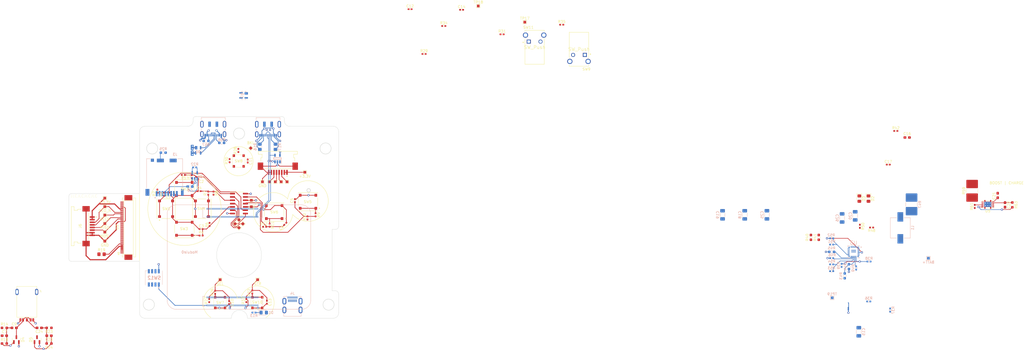
<source format=kicad_pcb>
(kicad_pcb (version 20210623) (generator pcbnew)
  (layers (0 "F.Cu" signal) (1 "In1.Cu" power "VCC") (2 "In2.Cu" power "GND") (31 "B.Cu" signal) (34 "B.Paste" user) (35 "F.Paste" user) (36 "B.SilkS" user "B.Silkscreen") (37 "F.SilkS" user "F.Silkscreen") (38 "B.Mask" user) (39 "F.Mask" user) (44 "Edge.Cuts" user))
  (net 0 "")
  (net 1 "/Buttons/__DP_L")
  (net 2 "GND")
  (net 3 "/Buttons/__DP_U")
  (net 4 "/Buttons/__DP_D")
  (net 5 "/Buttons/__DP_R")
  (net 6 "/Buttons/__B_A")
  (net 7 "/Buttons/__B_B")
  (net 8 "/+3.3v")
  (net 9 "Net-(D2-Pad1)")
  (net 10 "Net-(J1-PadA5)")
  (net 13 "Net-(Module0-Pad21)")
  (net 15 "Net-(C7-Pad2)")
  (net 16 "/CM4/SD_PWR")
  (net 17 "Net-(C9-Pad2)")
  (net 18 "/Buttons/SELECT")
  (net 19 "/Buttons/BTN_BACKLIGHT")
  (net 21 "/Buttons/SHOULDER_L")
  (net 26 "/Buttons/START")
  (net 27 "/Buttons/SHOULDER_R")
  (net 28 "/Battery Charger/CHRG")
  (net 29 "/Battery Charger/_CHIP_VCC")
  (net 30 "Net-(C17-Pad1)")
  (net 31 "/Battery Charger/BATT")
  (net 32 "Net-(C21-Pad1)")
  (net 33 "Net-(C22-Pad1)")
  (net 35 "Net-(C23-Pad2)")
  (net 36 "Net-(C24-Pad2)")
  (net 39 "Net-(D1-Pad1)")
  (net 41 "Net-(D2-Pad2)")
  (net 43 "Net-(D3-Pad1)")
  (net 44 "Net-(D3-Pad2)")
  (net 47 "/Connectors/USB2_D+")
  (net 49 "/Connectors/USB2_D-")
  (net 53 "Net-(J1-PadB5)")
  (net 54 "/+5v")
  (net 55 "/CM4/SCREEN_CE0_N")
  (net 56 "/CM4/SCREEN_SCLK")
  (net 58 "/+1.8v")
  (net 68 "/CM4/SCREEN_MISO")
  (net 87 "/CM4/SCREEN_MOSI")
  (net 88 "/CM4/SD_DAT1")
  (net 89 "/CM4/SD_DAT0")
  (net 90 "/CM4/SD_CLK")
  (net 91 "/CM4/SD_CMD")
  (net 92 "/CM4/SD_DAT3")
  (net 93 "/CM4/SD_DAT2")
  (net 94 "Net-(J3-Pad9)")
  (net 95 "/Connectors/HDMI_HP")
  (net 96 "/Connectors/TX2_P")
  (net 97 "/Connectors/TX2_N")
  (net 98 "Net-(R11-Pad1)")
  (net 99 "/Connectors/TX0_P")
  (net 100 "/Connectors/TX0_N")
  (net 101 "/Connectors/HDMI_CEC")
  (net 102 "/Connectors/HDMI_SCL")
  (net 104 "/Connectors/TX1_P")
  (net 105 "/Connectors/TX1_N")
  (net 106 "/Connectors/CLK_P")
  (net 107 "/Connectors/CLK_N")
  (net 108 "/Connectors/HDMI_SDA")
  (net 109 "Net-(J5-PadA5)")
  (net 110 "/Buttons/DPAD_UP")
  (net 111 "/Buttons/DPAD_DOWN")
  (net 112 "/Buttons/DPAD_LEFT")
  (net 113 "/Buttons/DPAD_RIGHT")
  (net 114 "/Buttons/BTN_A")
  (net 115 "/Buttons/BTN_B")
  (net 141 "Net-(J5-PadB5)")
  (net 144 "/Display board (SNAP OFF BOARD)/SPI0_CE0_N")
  (net 145 "/Display board (SNAP OFF BOARD)/SPI0_SCLK")
  (net 146 "/Display board (SNAP OFF BOARD)/SPI_MISO")
  (net 147 "/Display board (SNAP OFF BOARD)/SPI0_MOSI")
  (net 148 "/Display board (SNAP OFF BOARD)/+3.3v")
  (net 149 "Net-(L1-Pad1)")
  (net 150 "Net-(L1-Pad2)")
  (net 151 "/CM4/AUX1")
  (net 152 "/CM4/AUX0")
  (net 153 "/CM4/SD_PWR_ON")
  (net 154 "/CM4/Reserved")
  (net 155 "/Battery/FUEL_SCL")
  (net 156 "/Battery/FUEL_SDA")
  (net 157 "/Buttons/GLOBAL_EN")
  (net 158 "GNDA")
  (net 159 "Net-(R1-Pad1)")
  (net 160 "Net-(R3-Pad1)")
  (net 161 "Net-(R4-Pad1)")
  (net 162 "Net-(R7-Pad1)")
  (net 163 "Net-(R9-Pad1)")
  (net 164 "Net-(R19-Pad2)")
  (net 165 "Net-(R26-Pad1)")
  (net 166 "Net-(R28-Pad1)")
  (net 167 "Net-(R29-Pad1)")
  (net 168 "Net-(R32-Pad1)")
  (net 169 "Net-(R34-Pad1)")
  (net 170 "Net-(R36-Pad2)")
  (net 171 "Net-(R38-Pad2)")
  (net 172 "Net-(R40-Pad2)")
  (net 173 "Net-(R41-Pad2)")
  (net 174 "Net-(R42-Pad1)")
  (net 175 "Net-(R43-Pad1)")
  (net 176 "Net-(R45-Pad1)")
  (net 177 "Net-(R46-Pad2)")
  (net 178 "Net-(R49-Pad1)")
  (net 179 "Net-(R51-Pad2)")
  (net 180 "Net-(R53-Pad2)")
  (net 181 "Net-(R61-Pad2)")
  (net 182 "Net-(R63-Pad2)")
  (net 196 "GND1")
  (net 200 "Net-(J5-PadA6)")
  (net 201 "Net-(J5-PadA7)")
  (footprint "Capacitor_SMD:C_0402_1005Metric_Pad0.74x0.62mm_HandSolder" (layer "F.Cu") (at 202.3 20.033)
    (fp_text reference "C12")
    (fp_text value "0.1uF")
  )
  (footprint "LED_SMD:LED_0805_2012Metric_Pad1.15x1.40mm_HandSolder" (layer "F.Cu") (at 377.9 92.6 -90)
    (fp_text reference "D2")
    (fp_text value "LED")
  )
  (footprint "TestPoint:TestPoint_Pad_1.0x1.0mm" (layer "F.Cu") (at 141.505 93.25 90)
    (fp_text reference "TP11" hide)
    (fp_text value "B" hide)
  )
  (footprint "Resistor_SMD:R_0402_1005Metric_Pad0.72x0.64mm_HandSolder" (layer "F.Cu") (at 141.868 128.357 90)
    (fp_text reference "R32")
    (fp_text value "1k" hide)
  )
  (footprint "Resistor_SMD:R_0603_1608Metric_Pad0.98x0.95mm_HandSolder" (layer "F.Cu") (at 46.89425 148.1125 180)
    (fp_text reference "R18")
    (fp_text value "150")
  )
  (footprint "TestPoint:TestPoint_Pad_1.0x1.0mm" (layer "F.Cu") (at 228.422 18.817)
    (fp_text reference "TP18")
    (fp_text value "R")
  )
  (footprint "Resistor_SMD:R_0402_1005Metric_Pad0.72x0.64mm_HandSolder" (layer "F.Cu") (at 139.582 131.659 90)
    (fp_text reference "R33")
    (fp_text value "10k" hide)
  )
  (footprint "TestPoint:TestPoint_Pad_1.0x1.0mm" (layer "F.Cu") (at 145.75 86.156)
    (fp_text reference "TP1" hide)
    (fp_text value "GND")
  )
  (footprint "MOLEXZIF:Molex-52271-0879-Manufacturer_Recommended" (layer "F.Cu") (at 151.647 81.36 180)
    (fp_text reference "J2" hide)
    (fp_text value "52271-0879" hide)
  )
  (footprint "eec:ALPS-SKRRACE010-0-0-MFG" (layer "F.Cu") (at 150.25 97.75 180)
    (fp_text reference "SW6")
    (fp_text value "SKRRACE010" hide)
  )
  (footprint "TestPoint:TestPoint_Pad_1.0x1.0mm" (layer "F.Cu") (at 85.37125 98.906)
    (fp_text reference "TP22" hide)
    (fp_text value "SCLK")
  )
  (footprint "TestPoint:TestPoint_Pad_1.0x1.0mm" (layer "F.Cu") (at 85.37125 102.156)
    (fp_text reference "TP23" hide)
    (fp_text value "MISO")
  )
  (footprint "TestPoint:TestPoint_Pad_1.0x1.0mm" (layer "F.Cu") (at 85.37125 95.656)
    (fp_text reference "TP21" hide)
    (fp_text value "CEO_N")
  )
  (footprint "sw:TE_Connectivity-1-1825027-1-0-0-Recommended_Land_Pattern_" (layer "F.Cu") (at 267 35.38 180)
    (fp_text reference "SW9")
    (fp_text value "SW_Push")
  )
  (footprint "Resistor_SMD:R_0402_1005Metric_Pad0.72x0.64mm_HandSolder" (layer "F.Cu") (at 207.652 37.187)
    (fp_text reference "R29")
    (fp_text value "1k")
  )
  (footprint "audio:audio" (layer "F.Cu") (at 55.5 126.25 -90)
    (fp_text reference "J7")
    (fp_text value "AudioJack3_Switch")
  )
  (footprint "Capacitor_SMD:C_0402_1005Metric_Pad0.74x0.62mm_HandSolder" (layer "F.Cu") (at 121.5 89.75 180)
    (fp_text reference "C4")
    (fp_text value "0.1uF" hide)
  )
  (footprint "Resistor_SMD:R_2816_7142Metric_Pad3.20x4.45mm_HandSolder" (layer "F.Cu") (at 417.6 89.6 90)
    (fp_text reference "R59")
    (fp_text value "10m")
  )
  (footprint "Resistor_SMD:R_0402_1005Metric_Pad0.72x0.64mm_HandSolder" (layer "F.Cu") (at 418.6 95.6 90)
    (fp_text reference "R61")
    (fp_text value "10k")
  )
  (footprint "eec:ALPS-SKRRACE010-0-0-MFG" (layer "F.Cu") (at 115.8279 88.906)
    (fp_text reference "SW2")
    (fp_text value "SKRRACE010" hide)
  )
  (footprint "LED_SMD:LED_0805_2012Metric_Pad1.15x1.40mm_HandSolder" (layer "F.Cu") (at 374.4 92.6 -90)
    (fp_text reference "D3")
    (fp_text value "LED")
  )
  (footprint "TestPoint:TestPoint_Pad_1.0x1.0mm" (layer "F.Cu") (at 150.677 86.156)
    (fp_text reference "TP5" hide)
    (fp_text value "MISO" hide)
  )
  (footprint "eec:ALPS-SKRRACE010-0-0-MFG" (layer "F.Cu") (at 108.8279 96.4803 90)
    (fp_text reference "SW1")
    (fp_text value "SKRRACE010" hide)
  )
  (footprint "Resistor_SMD:R_0402_1005Metric_Pad0.72x0.64mm_HandSolder" (layer "F.Cu") (at 125 90.5 90)
    (fp_text reference "R7")
    (fp_text value "1k" hide)
  )
  (footprint "Resistor_SMD:R_0805_2012Metric_Pad1.20x1.40mm_HandSolder" (layer "F.Cu") (at 84.12125 113.906)
    (fp_text reference "R19")
    (fp_text value "33")
  )
  (footprint "Resistor_SMD:R_0402_1005Metric_Pad0.72x0.64mm_HandSolder" (layer "F.Cu") (at 136.534 74.156 90)
    (fp_text reference "R28")
    (fp_text value "1k")
  )
  (footprint "Capacitor_SMD:C_0402_1005Metric_Pad0.74x0.62mm_HandSolder" (layer "F.Cu") (at 132.978 132.421 -90)
    (fp_text reference "C10")
    (fp_text value "0.1uF" hide)
  )
  (footprint "Capacitor_SMD:C_0603_1608Metric_Pad1.08x0.95mm_HandSolder" (layer "F.Cu") (at 50.64425 142.1125)
    (fp_text reference "C9")
    (fp_text value "10u")
  )
  (footprint "Capacitor_SMD:C_0603_1608Metric_Pad1.08x0.95mm_HandSolder" (layer "F.Cu") (at 392.72 69.19)
    (fp_text reference "C16")
    (fp_text value "100nF")
  )
  (footprint "Capacitor_SMD:C_0603_1608Metric_Pad1.08x0.95mm_HandSolder" (layer "F.Cu") (at 60.25675 142.1125 180)
    (fp_text reference "C24")
    (fp_text value "10u")
  )
  (footprint "TestPoint:TestPoint_Pad_1.0x1.0mm" (layer "F.Cu") (at 136.75 100.75 -135)
    (fp_text reference "TP6" hide)
    (fp_text value "UP" hide)
  )
  (footprint "Resistor_SMD:R_0603_1608Metric_Pad0.98x0.95mm_HandSolder" (layer "F.Cu") (at 64.00675 148.1125)
    (fp_text reference "R24")
    (fp_text value "150")
  )
  (footprint "Package_TO_SOT_SMD:SOT-23" (layer "F.Cu") (at 51.49425 146.6125 90)
    (fp_text reference "D4")
    (fp_text value "BAV99")
  )
  (footprint "Resistor_SMD:R_0402_1005Metric_Pad0.72x0.64mm_HandSolder" (layer "F.Cu") (at 108.1535 90.892 90)
    (fp_text reference "R1")
    (fp_text value "1k" hide)
  )
  (footprint "Resistor_SMD:R_0603_1608Metric_Pad0.98x0.95mm_HandSolder" (layer "F.Cu") (at 46.89425 142.1125)
    (fp_text reference "R14")
    (fp_text value "270")
  )
  (footprint "Capacitor_SMD:C_0402_1005Metric_Pad0.74x0.62mm_HandSolder" (layer "F.Cu") (at 140.09 78.192 -90)
    (fp_text reference "C11")
    (fp_text value "0.1uF")
  )
  (footprint "eec:ALPS-SKRRACE010-0-0-MFG" (layer "F.Cu") (at 122.5779 96.4803 -90)
    (fp_text reference "SW4")
    (fp_text value "SKRRACE010" hide)
  )
  (footprint "Resistor_SMD:R_0402_1005Metric_Pad0.72x0.64mm_HandSolder" (layer "F.Cu") (at 125.358 131.659 90)
    (fp_text reference "R27")
    (fp_text value "10k" hide)
  )
  (footprint "TestPoint:TestPoint_Pad_1.0x1.0mm" (layer "F.Cu") (at 129.549 123.658)
    (fp_text reference "TP15" hide)
    (fp_text value "SEL")
  )
  (footprint "Resistor_SMD:R_0402_1005Metric_Pad0.72x0.64mm_HandSolder" (layer "F.Cu") (at 260.396 25.982)
    (fp_text reference "R35")
    (fp_text value "10k")
  )
  (footprint "Resistor_SMD:R_0603_1608Metric_Pad0.98x0.95mm_HandSolder" (layer "F.Cu") (at 358.85 107.45 90)
    (fp_text reference "R41")
    (fp_text value "10.5k")
  )
  (footprint "Resistor_SMD:R_0402_1005Metric_Pad0.72x0.64mm_HandSolder" (layer "F.Cu") (at 215.212 26.477)
    (fp_text reference "R34")
    (fp_text value "1k")
  )
  (footprint "Resistor_SMD:R_0402_1005Metric_Pad0.72x0.64mm_HandSolder" (layer "F.Cu") (at 127.644 128.484 90)
    (fp_text reference "R26")
    (fp_text value "1k" hide)
  )
  (footprint "Capacitor_SMD:C_0603_1608Metric_Pad1.08x0.95mm_HandSolder" (layer "F.Cu") (at 46.89425 145.1125)
    (fp_text reference "C7")
    (fp_text value "33n")
  )
  (footprint "Resistor_SMD:R_0402_1005Metric_Pad0.72x0.64mm_HandSolder" (layer "F.Cu") (at 127 90.5 90)
    (fp_text reference "R8")
    (fp_text value "10k" hide)
  )
  (footprint "TestPoint:TestPoint_Pad_1.0x1.0mm" (layer "F.Cu") (at 85.37125 108.906)
    (fp_text reference "TP20" hide)
    (fp_text value "GND")
  )
  (footprint "TestPoint:TestPoint_Pad_1.0x1.0mm" (layer "F.Cu") (at 246.25 25)
    (fp_text reference "TP17")
    (fp_text value "L")
  )
  (footprint "Capacitor_SMD:C_0603_1608Metric_Pad1.08x0.95mm_HandSolder" (layer "F.Cu") (at 427.4 91.4 90)
    (fp_text reference "C21")
    (fp_text value "1uF")
  )
  (footprint "Capacitor_SMD:C_0402_1005Metric_Pad0.74x0.62mm_HandSolder" (layer "F.Cu") (at 147.456 132.294 -90)
    (fp_text reference "C13")
    (fp_text value "0.1uF" hide)
  )
  (footprint "sw:TE_Connectivity-1-1825027-1-0-0-Recommended_Land_Pattern_" (layer "F.Cu") (at 250.018 34.629)
    (fp_text reference "SW11")
    (fp_text value "SW_Push")
  )
  (footprint "Resistor_SMD:R_0603_1608Metric_Pad0.98x0.95mm_HandSolder" (layer "F.Cu") (at 64.00675 142.1125 180)
    (fp_text reference "R23")
    (fp_text value "270")
  )
  (footprint "Capacitor_SMD:C_0402_1005Metric_Pad0.74x0.62mm_HandSolder" (layer "F.Cu") (at 158.2 93.3685 90)
    (fp_text reference "C5")
    (fp_text value "0.1uF")
  )
  (footprint "Capacitor_SMD:C_0402_1005Metric_Pad0.74x0.62mm_HandSolder" (layer "F.Cu") (at 122.25 104.25 180)
    (fp_text reference "C3")
    (fp_text value "0.1uF" hide)
  )
  (footprint "Resistor_SMD:R_0402_1005Metric_Pad0.72x0.64mm_HandSolder" (layer "F.Cu") (at 115.452 83.526)
    (fp_text reference "R5")
    (fp_text value "10k" hide)
  )
  (footprint "TestPoint:TestPoint_Pad_1.0x1.0mm" (layer "F.Cu") (at 141.25 73.25 45)
    (fp_text reference "TP14" hide)
    (fp_text value "BKL")
  )
  (footprint "Package_SO:SO-14_3.9x8.65mm_P1.27mm" (layer "F.Cu") (at 136.755 94.5)
    (fp_text reference "U1" hide)
    (fp_text value "SN74HC14N" hide)
  )
  (footprint "Capacitor_SMD:C_0402_1005Metric_Pad0.74x0.62mm_HandSolder" (layer "F.Cu") (at 222.042 20.267)
    (fp_text reference "C14")
    (fp_text value "0.1uF")
  )
  (footprint "MOLEXZIF:Molex-52271-0879-Manufacturer_Recommended" (layer "F.Cu") (at 79.37125 103.156 -90)
    (fp_text reference "J6")
    (fp_text value "52271-0879" hide)
  )
  (footprint "Resistor_SMD:R_0402_1005Metric_Pad0.72x0.64mm_HandSolder" (layer "F.Cu") (at 388.37 66.68)
    (fp_text reference "R42")
    (fp_text value "16k")
  )
  (footprint "Resistor_SMD:R_0402_1005Metric_Pad0.72x0.64mm_HandSolder" (layer "F.Cu") (at 374.6 103.2 -90)
    (fp_text reference "R50")
    (fp_text value "2.49k")
  )
  (footprint "Resistor_SMD:R_0402_1005Metric_Pad0.72x0.64mm_HandSolder" (layer "F.Cu") (at 166.1 98.8 -90)
    (fp_text reference "R9")
    (fp_text value "1k")
  )
  (footprint "Resistor_SMD:R_0402_1005Metric_Pad0.72x0.64mm_HandSolder" (layer "F.Cu") (at 146.6 103.4)
    (fp_text reference "R12")
    (fp_text value "10k")
  )
  (footprint "Package_TO_SOT_SMD:SOT-23" (layer "F.Cu") (at 59.39425 146.6125 90)
    (fp_text reference "D5")
    (fp_text value "BAV99")
  )
  (footprint "Resistor_SMD:R_0402_1005Metric_Pad0.72x0.64mm_HandSolder" (layer "F.Cu") (at 133.177 78.065 90)
    (fp_text reference "R30")
    (fp_text value "10k")
  )
  (footprint "Resistor_SMD:R_0402_1005Metric_Pad0.72x0.64mm_HandSolder" (layer "F.Cu") (at 105.5 89.75 -90)
    (fp_text reference "R2")
    (fp_text value "10k" hide)
  )
  (footprint "TestPoint:TestPoint_Pad_1.0x1.0mm" (layer "F.Cu") (at 143.9 123.658)
    (fp_text reference "TP16" hide)
    (fp_text value "STR")
  )
  (footprint "Resistor_SMD:R_0603_1608Metric_Pad0.98x0.95mm_HandSolder" (layer "F.Cu") (at 355.85 107.45 90)
    (fp_text reference "R40")
    (fp_text value "10.5k")
  )
  (footprint "eec:ALPS-SKRRACE010-0-0-MFG" (layer "F.Cu") (at 163.204 93.813 180)
    (fp_text reference "SW5")
    (fp_text value "SKRRACE010" hide)
  )
  (footprint "Capacitor_SMD:C_0402_1005Metric_Pad0.74x0.62mm_HandSolder" (layer "F.Cu") (at 154.5 102.25 45)
    (fp_text reference "C6")
    (fp_text value "0.1uF")
  )
  (footprint "Resistor_SMD:R_0402_1005Metric_Pad0.72x0.64mm_HandSolder" (layer "F.Cu") (at 237.536 29.665)
    (fp_text reference "R31")
    (fp_text value "10k")
  )
  (footprint "TestPoint:TestPoint_Pad_1.0x1.0mm" (layer "F.Cu") (at 155.177 86.156)
    (fp_text reference "TP3" hide)
    (fp_text value "CEO_N" hide)
  )
  (footprint "Resistor_SMD:R_0402_1005Metric_Pad0.72x0.64mm_HandSolder" (layer "F.Cu") (at 122.25 106.75)
    (fp_text reference "R4")
    (fp_text value "1k" hide)
  )
  (footprint "eec:ALPS-SKRRACE010-0-0-MFG" (layer "F.Cu") (at 115.8279 104.156 180)
    (fp_text reference "SW3")
    (fp_text value "SKRRACE010" hide)
  )
  (footprint "TestPoint:TestPoint_Pad_1.0x1.0mm" (layer "F.Cu") (at 152.927 86.156)
    (fp_text reference "TP4" hide)
    (fp_text value "SCLK" hide)
  )
  (footprint "TestPoint:TestPoint_Pad_1.0x1.0mm" (layer "F.Cu") (at 136.75 103.75 -135)
    (fp_text reference "TP7" hide)
    (fp_text value "DOWN" hide)
  )
  (footprint "Capacitor_SMD:C_0402_1005Metric_Pad0.74x0.62mm_HandSolder" (layer "F.Cu") (at 120.786 84.669 -45)
    (fp_text reference "C2")
    (fp_text value "0.1uF" hide)
  )
  (footprint "Capacitor_SMD:C_0603_1608Metric_Pad1.08x0.95mm_HandSolder" (layer "F.Cu") (at 64.00675 145.1125 180)
    (fp_text reference "C23")
    (fp_text value "33n")
  )
  (footprint "Package_SON:Texas_S-PDSO-N12" (layer "F.Cu") (at 423.6 94.8 180)
    (fp_text reference "U5")
    (fp_text value "BQ27441DRZR-G1B" hide)
  )
  (footprint "Resistor_SMD:R_0402_1005Metric_Pad0.72x0.64mm_HandSolder" (layer "F.Cu") (at 118.6645 84.161 90)
    (fp_text reference "R3")
    (fp_text value "1k" hide)
  )
  (footprint "TestPoint:TestPoint_Pad_1.0x1.0mm" (layer "F.Cu") (at 135.25 102.25 -135)
    (fp_text reference "TP8" hide)
    (fp_text value "LEFT" hide)
  )
  (footprint "Capacitor_SMD:C_0603_1608Metric_Pad1.08x0.95mm_HandSolder" (layer "F.Cu") (at 430.2 95 -90)
    (fp_text reference "C22")
    (fp_text value "0.47uF")
  )
  (footprint "Resistor_SMD:R_0402_1005Metric_Pad0.72x0.64mm_HandSolder" (layer "F.Cu") (at 379.1 103.675 180)
    (fp_text reference "R48")
    (fp_text value "2.49k")
  )
  (footprint "eec:SKRBAAE010" (layer "F.Cu") (at 129.549 126.049)
    (fp_text reference "SW7")
    (fp_text value "SKRBAAE010" hide)
  )
  (footprint "TestPoint:TestPoint_Pad_1.0x1.0mm" (layer "F.Cu") (at 162 82.5)
    (fp_text reference "TP13" hide)
    (fp_text value "+3.3V")
  )
  (footprint "ER-CON40HT-1:ER-CON40HT-1" (layer "F.Cu") (at 93.702 103.656 90)
    (fp_text reference "U2")
    (fp_text value "ER-CON40HT-1")
  )
  (footprint "Capacitor_SMD:C_0402_1005Metric_Pad0.74x0.62mm_HandSolder" (layer "F.Cu") (at 110.427 90.656 135)
    (fp_text reference "C1")
    (fp_text value "0.1uF" hide)
  )
  (footprint "Capacitor_SMD:C_0402_1005Metric_Pad0.74x0.62mm_HandSolder" (layer "F.Cu") (at 385.48 79.57)
    (fp_text reference "C17")
    (fp_text value "100nf")
  )
  (footprint "Resistor_SMD:R_0402_1005Metric_Pad0.72x0.64mm_HandSolder" (layer "F.Cu") (at 125.5 102.5 -90)
    (fp_text reference "R6")
    (fp_text value "10k" hide)
  )
  (footprint "TestPoint:TestPoint_Pad_1.0x1.0mm" (layer "F.Cu") (at 148.427 86.156)
    (fp_text reference "TP12" hide)
    (fp_text value "MOSI" hide)
  )
  (footprint "TestPoint:TestPoint_Pad_1.0x1.0mm" (layer "F.Cu") (at 85.37125 105.406)
    (fp_text reference "TP24" hide)
    (fp_text value "MOSI")
  )
  (footprint "eec:SKRBAAE010" (layer "F.Cu") (at 136.677 71.816)
    (fp_text reference "SW8")
    (fp_text value "SKRBAAE010" hide)
  )
  (footprint "eec:SKRBAAE010" (layer "F.Cu") (at 143.773 126.049)
    (fp_text reference "SW10")
    (fp_text value "SKRBAAE010" hide)
  )
  (footprint "TestPoint:TestPoint_Pad_1.0x1.0mm" (layer "F.Cu") (at 138.25 102.25 -135)
    (fp_text reference "TP9" hide)
    (fp_text value "RIGHT" hide)
  )
  (footprint "TestPoint:TestPoint_Pad_1.0x1.0mm" (layer "F.Cu") (at 141.505 95.75 180)
    (fp_text reference "TP10" hide)
    (fp_text value "A" hide)
  )
  (footprint "Resistor_SMD:R_0402_1005Metric_Pad0.72x0.64mm_HandSolder" (layer "F.Cu") (at 163 100 90)
    (fp_text reference "R10")
    (fp_text value "10k")
  )
  (footprint "TestPoint:TestPoint_Pad_1.0x1.0mm" (layer "F.Cu") (at 85.37125 92.406)
    (fp_text reference "TP25" hide)
    (fp_text value "+3.3V")
  )
  (footprint "Resistor_SMD:R_0603_1608Metric_Pad0.98x0.95mm_HandSolder" (layer "F.Cu") (at 433 95 -90)
    (fp_text reference "R63")
    (fp_text value "10k")
  )
  (footprint "Resistor_SMD:R_0402_1005Metric_Pad0.72x0.64mm_HandSolder" (layer "F.Cu") (at 148.5 102.75 -90)
    (fp_text reference "R11")
    (fp_text value "1k")
  )
  (footprint "Capacitor_SMD:C_1206_3216Metric_Pad1.33x1.80mm_HandSolder" (layer "B.Cu") (at 374.2 143.6 90)
    (fp_text reference "C15")
    (fp_text value "10uF")
  )
  (footprint "Capacitor_SMD:C_1206_3216Metric_Pad1.33x1.80mm_HandSolder" (layer "B.Cu") (at 367.8 100 -90)
    (fp_text reference "C26")
    (fp_text value "10u")
  )
  (footprint "Resistor_SMD:R_0603_1608Metric_Pad0.98x0.95mm_HandSolder" (layer "B.Cu") (at 363.8 113 180)
    (fp_text reference "R45")
    (fp_text value "55.2k")
  )
  (footprint "Resistor_SMD:R_0402_1005Metric_Pad0.72x0.64mm_HandSolder" (layer "B.Cu") (at 378.1 116.7 180)
    (fp_text reference "R38")
    (fp_text value "1.3k")
  )
  (footprint "Package_TO_SOT_SMD:SOT-23-5" (layer "B.Cu") (at 119.8 83.8875 90)
    (fp_text reference "U4")
    (fp_text value "AP22814AW5")
  )
  (footprint "Resistor_SMD:R_0603_1608Metric_Pad0.98x0.95mm_HandSolder" (layer "B.Cu") (at 368.8 122.175 -90)
    (fp_text reference "R43")
    (fp_text value "10k")
  )
  (footprint "Resistor_SMD:R_0402_1005Metric_Pad0.72x0.64mm_HandSolder" (layer "B.Cu") (at 363.8 117.800001 180)
    (fp_text reference "R54")
    (fp_text value "10.5k")
  )
  (footprint "Capacitor_SMD:C_1206_3216Metric_Pad1.33x1.80mm_HandSolder" (layer "B.Cu") (at 339 98.8 -90)
    (fp_text reference "C25")
    (fp_text value "10u")
  )
  (footprint "sdcard:HRS_DM3CS-SF" (layer "B.Cu") (at 108.449999 84.3425 180)
    (fp_text reference "J3")
    (fp_text value "Micro_SD_Card")
  )
  (footprint "CM4IO:SOT143-4L" (layer "B.Cu") (at 138.55 53.05 -90)
    (fp_text reference "D7")
    (fp_text value "8240119")
  )
  (footprint "Inductor_SMD:L_Wuerth_WE-PD-Typ-M-Typ-S_Handsoldering" (layer "B.Cu") (at 390.1 103.8 90)
    (fp_text reference "L1")
    (fp_text value "6.8uH")
  )
  (footprint "Resistor_SMD:R_0402_1005Metric_Pad0.72x0.64mm_HandSolder" (layer "B.Cu") (at 367.6 118.1625 -90)
    (fp_text reference "R39")
    (fp_text value "1k")
  )
  (footprint "TestPoint:TestPoint_Pad_1.0x1.0mm" (layer "B.Cu") (at 400.85 115.425 180)
    (fp_text reference "TP26" hide)
    (fp_text value "BATT+")
  )
  (footprint "dipswitch:CHS04TA1" (layer "B.Cu") (at 104.135 122.96 180)
    (fp_text reference "SW12")
    (fp_text value "SW_DIP_x04" hide)
  )
  (footprint "CM4IO:Raspberry-Pi-4-Compute-Module" (layer "B.Cu") (at 112.75 131.5 90)
    (fp_text reference "Module0")
    (fp_text value "ComputeModule4-CM4")
  )
  (footprint "CM4IO:SOT143-4L" (layer "B.Cu") (at 121.1 74.1)
    (fp_text reference "D6")
    (fp_text value "8240119")
  )
  (footprint "Resistor_SMD:R_0603_1608Metric_Pad0.98x0.95mm_HandSolder" (layer "B.Cu") (at 107.75 75 180)
    (fp_text reference "R25")
    (fp_text value "0")
  )
  (footprint "TestPoint:TestPoint_Pad_1.0x1.0mm" (layer "B.Cu") (at 364 130.6 180)
    (fp_text reference "TP19")
    (fp_text value "+5v Output")
  )
  (footprint "tvs:SOT95P280X145-5N" (layer "B.Cu") (at 151.5 77.25 90)
    (fp_text reference "D6" hide)
    (fp_text value "824011" hide)
  )
  (footprint "LED_SMD:LED_0805_2012Metric_Pad1.15x1.40mm_HandSolder" (layer "B.Cu") (at 146.25 136.249998)
    (fp_text reference "D1")
    (fp_text value "LED")
  )
  (footprint "Connector_USB:USB_C_Receptacle_JAE_DX07S016JA1R1500" (layer "B.Cu") (at 147.89643 65.274501)
    (fp_text reference "J1" hide)
    (fp_text value "USB_C_Receptacle_USB2.0" hide)
  )
  (footprint "Resistor_SMD:R_0402_1005Metric_Pad0.72x0.64mm_HandSolder" (layer "B.Cu") (at 363.8 110.2 180)
    (fp_text reference "R52")
    (fp_text value "10.5k")
  )
  (footprint "NetTie:NetTie-2_SMD_Pad0.5mm" (layer "B.Cu") (at 370.2 134.8 -90)
    (fp_text reference "NT1")
    (fp_text value "NetTie")
  )
  (footprint "Resistor_SMD:R_0603_1608Metric_Pad0.98x0.95mm_HandSolder" (layer "B.Cu") (at 370.4 118.6625 -90)
    (fp_text reference "R44")
    (fp_text value "3k")
  )
  (footprint "Resistor_SMD:R_0402_1005Metric_Pad0.72x0.64mm_HandSolder" (layer "B.Cu") (at 142.5 136.25)
    (fp_text reference "R13")
    (fp_text value "220")
  )
  (footprint "Resistor_SMD:R_0402_1005Metric_Pad0.72x0.64mm_HandSolder" (layer "B.Cu") (at 386.2025 135.3 90)
    (fp_text reference "R37")
    (fp_text value "9k")
  )
  (footprint "Resistor_SMD:R_0402_1005Metric_Pad0.72x0.64mm_HandSolder" (layer "B.Cu") (at 363.8 107.8)
    (fp_text reference "R51")
    (fp_text value "10.5k")
  )
  (footprint "Connector_USB:USB_C_Receptacle_JAE_DX07S016JA1R1500" (layer "B.Cu") (at 126.89643 65.25)
    (fp_text reference "J5")
    (fp_text value "USB_C_Receptacle_USB2.0")
  )
  (footprint "Capacitor_SMD:C_1206_3216Metric_Pad1.33x1.80mm_HandSolder" (layer "B.Cu") (at 330.5 98.8 -90)
    (fp_text reference "C18")
    (fp_text value "22u")
  )
  (footprint "Resistor_SMD:R_0805_2012Metric_Pad1.20x1.40mm_HandSolder" (layer "B.Cu") (at 144.75 72.75 90)
    (fp_text reference "R16")
    (fp_text value "56k")
  )
  (footprint "Resistor_SMD:R_0402_1005Metric_Pad0.72x0.64mm_HandSolder" (layer "B.Cu") (at 373.2 119.175 -90)
    (fp_text reference "R49")
    (fp_text value "2.49k")
  )
  (footprint "Resistor_SMD:R_0402_1005Metric_Pad0.72x0.64mm_HandSolder" (layer "B.Cu") (at 363.8 120.4)
    (fp_text reference "R53")
    (fp_text value "10.5k")
  )
  (footprint "Resistor_SMD:R_0402_1005Metric_Pad0.72x0.64mm_HandSolder" (layer "B.Cu") (at 378 132 180)
    (fp_text reference "R36")
    (fp_text value "1k")
  )
  (footprint "mp2636:IC_MP2636GR-P" (layer "B.Cu") (at 372.2 113 180)
    (fp_text reference "U3")
    (fp_text value "MP2636GR-P" hide)
  )
  (footprint "Capacitor_SMD:C_1206_3216Metric_Pad1.33x1.80mm_HandSolder" (layer "B.Cu") (at 322 98.8 -90)
    (fp_text reference "C19")
    (fp_text value "10u")
  )
  (footprint "Capacitor_SMD:C_0603_1608Metric_Pad1.08x0.95mm_HandSolder" (layer "B.Cu") (at 118 88)
    (fp_text reference "C8")
    (fp_text value "10uF")
  )
  (footprint "Resistor_SMD:R_0402_1005Metric_Pad0.72x0.64mm_HandSolder" (layer "B.Cu") (at 363.8 115.4)
    (fp_text reference "R46")
    (fp_text value "120k")
  )
  (footprint "Resistor_SMD:R_0402_1005Metric_Pad0.72x0.64mm_HandSolder" (layer "B.Cu") (at 119.8 80.6375 180)
    (fp_text reference "R22")
    (fp_text value "12k 1%")
  )
  (footprint "Capacitor_SMD:C_1206_3216Metric_Pad1.33x1.80mm_HandSolder" (layer "B.Cu") (at 372.8 99.2 -90)
    (fp_text reference "C20")
    (fp_text value "10u")
  )
  (footprint "Resistor_SMD:R_0603_1608Metric_Pad0.98x0.95mm_HandSolder" (layer "B.Cu") (at 124.14643 70.5 180)
    (fp_text reference "R57")
    (fp_text value "5.1k")
  )
  (footprint "Connector_HDMI:HDMI_Micro-D_Molex_46765-1x01" (layer "B.Cu") (at 157.25 135.25 180)
    (fp_text reference "J4")
    (fp_text value "HDMI_D_1.4")
  )
  (footprint "Resistor_SMD:R_0805_2012Metric_Pad1.20x1.40mm_HandSolder" (layer "B.Cu") (at 150.75 72.75 90)
    (fp_text reference "R17")
    (fp_text value "56k")
  )
  (footprint "Resistor_SMD:R_0603_1608Metric_Pad0.98x0.95mm_HandSolder" (layer "B.Cu") (at 130.14643 71.25)
    (fp_text reference "R56")
    (fp_text value "5.1k")
  )
  (footprint "Resistor_SMD:R_2816_7142Metric_Pad3.20x4.45mm_HandSolder" (layer "B.Cu") (at 394.4 94.8 90)
    (fp_text reference "R47")
    (fp_text value "20m")
  )
  (gr_line (start 103.5901 102.8868) (end 103.5845 102.9025) (layer "F.SilkS") (width 0.001))
  (gr_line (start 103.6023 102.856) (end 103.596 102.8714) (layer "F.SilkS") (width 0.001))
  (gr_arc (start 163.180323 93.529887) (end 155.433395 92.741809) (angle 312.8) (layer "F.SilkS") (width 0.15))
  (gr_line (start 103.596 102.8714) (end 103.5901 102.8868) (layer "F.SilkS") (width 0.001))
  (gr_line (start 103.5793 102.9183) (end 103.5745 102.9341) (layer "F.SilkS") (width 0.001))
  (gr_arc (start 143.701747 132.5494) (end 147.075 138.136) (angle -223.0531843) (layer "F.SilkS") (width 0.15))
  (gr_line (start 104.1033 103.7874) (end 104.1196 103.7902) (layer "F.SilkS") (width 0.001))
  (gr_circle (center 115.8879 96.490168) (end 129.927 96.406) (layer "F.SilkS") (width 0.15) (fill none))
  (gr_circle (center 136.577 78.245709) (end 142.177 78.406) (layer "F.SilkS") (width 0.15) (fill none))
  (gr_line (start 103.5845 102.9025) (end 103.5793 102.9183) (layer "F.SilkS") (width 0.001))
  (gr_arc (start 149.872414 97.800387) (end 157.338504 98.678588) (angle 311) (layer "F.SilkS") (width 0.15))
  (gr_line (start 104.087 103.7842) (end 104.1033 103.7874) (layer "F.SilkS") (width 0.001))
  (gr_arc (start 136.782087 132.728229) (end 136.153 130.766169) (angle 35.9) (layer "F.SilkS") (width 0.15))
  (gr_line (start 98.65775 116.406) (end 98.65775 90.906) (layer "F.SilkS") (width 0.15))
  (gr_arc (start 129.691601 132.546695) (end 125.993 138.136) (angle 221.1) (layer "F.SilkS") (width 0.15))
  (gr_line (start 104.0708 103.7807) (end 104.087 103.7842) (layer "F.SilkS") (width 0.001))
  (gr_arc (start 72.62125 91.656) (end 72.62125 90.656) (angle -90) (layer "Edge.Cuts") (width 0.1))
  (gr_arc (start 172.927 136.406) (end 174.927 136.406) (angle 90) (layer "Edge.Cuts") (width 0.1))
  (gr_arc (start 120.177 62.156) (end 120.177 61.156) (angle -90) (layer "Edge.Cuts") (width 0.1))
  (gr_line (start 117.177 64.906) (end 100.677 64.906) (layer "Edge.Cuts") (width 0.1))
  (gr_circle (center 136.7913 114.249524) (end 132.13105 107.029124) (layer "Edge.Cuts") (width 0.1) (fill none))
  (gr_arc (start 117.177 62.906) (end 117.177 64.906) (angle -90) (layer "Edge.Cuts") (width 0.1))
  (gr_line (start 172.427 127.906) (end 173.677 127.906) (layer "Edge.Cuts") (width 0.1))
  (gr_circle (center 169.935 73.3914) (end 172.0686 73.3914) (layer "Edge.Cuts") (width 0.15) (fill none))
  (gr_line (start 173.677 104.406) (end 172.427 104.406) (layer "Edge.Cuts") (width 0.1))
  (gr_line (start 133.8278 138.406) (end 100.677 138.406) (layer "Edge.Cuts") (width 0.1))
  (gr_line (start 172.927 64.906) (end 156.177 64.906) (layer "Edge.Cuts") (width 0.1))
  (gr_line (start 172.427 104.406) (end 172.427 127.906) (layer "Edge.Cuts") (width 0.1))
  (gr_arc (start 100.677 66.906) (end 98.677 66.906) (angle 90) (layer "Edge.Cuts") (width 0.1))
  (gr_line (start 119.177 62.156) (end 119.177 62.906) (layer "Edge.Cuts") (width 0.1))
  (gr_line (start 153.177 61.156) (end 120.177 61.156) (layer "Edge.Cuts") (width 0.1))
  (gr_arc (start 72.62125 115.656) (end 72.62125 116.656) (angle 90) (layer "Edge.Cuts") (width 0.1))
  (gr_arc (start 156.177 62.906) (end 156.177 64.906) (angle 90) (layer "Edge.Cuts") (width 0.1))
  (gr_line (start 98.677 90.656) (end 98.677 66.906) (layer "Edge.Cuts") (width 0.1))
  (gr_line (start 71.62125 115.656) (end 71.62125 91.656) (layer "Edge.Cuts") (width 0.1))
  (gr_arc (start 173.677 129.156) (end 173.677 127.906) (angle 90) (layer "Edge.Cuts") (width 0.1))
  (gr_circle (center 163.449 89.4334) (end 164.12006 89.4334) (layer "Edge.Cuts") (width 0.2) (fill none))
  (gr_line (start 72.62125 90.656) (end 96.62125 90.656) (layer "Edge.Cuts") (width 0.1))
  (gr_line (start 98.65775 116.656) (end 98.677 136.406) (layer "Edge.Cuts") (width 0.1))
  (gr_circle (center 171.078 133.2084) (end 173.2116 133.2084) (layer "Edge.Cuts") (width 0.15) (fill none))
  (gr_line (start 96.62125 116.656) (end 98.65775 116.656) (layer "Edge.Cuts") (width 0.1))
  (gr_line (start 96.62125 116.656) (end 72.62125 116.656) (layer "Edge.Cuts") (width 0.1))
  (gr_arc (start 153.177 62.156) (end 153.177 61.156) (angle 90) (layer "Edge.Cuts") (width 0.1))
  (gr_arc (start 173.677 103.156) (end 173.677 104.406) (angle -90) (layer "Edge.Cuts") (width 0.1))
  (gr_arc (start 136.927 138.406) (end 133.8278 138.406) (angle 180) (layer "Edge.Cuts") (width 0.1))
  (gr_arc (start 172.927 66.906) (end 172.927 64.906) (angle 90) (layer "Edge.Cuts") (width 0.1))
  (gr_line (start 96.62125 90.656) (end 98.677 90.656) (layer "Edge.Cuts") (width 0.1))
  (gr_circle (center 102.244 133.2084) (end 104.3776 133.2084) (layer "Edge.Cuts") (width 0.15) (fill none))
  (gr_circle (center 103.514 73.3914) (end 105.6476 73.3914) (layer "Edge.Cuts") (width 0.15) (fill none))
  (gr_line (start 174.927 129.156) (end 174.927 136.406) (layer "Edge.Cuts") (width 0.1))
  (gr_line (start 140.0262 138.406) (end 172.927 138.406) (layer "Edge.Cuts") (width 0.1))
  (gr_circle (center 136.788 67.6764) (end 138.9216 67.6764) (layer "Edge.Cuts") (width 0.15) (fill none))
  (gr_line (start 154.177 62.906) (end 154.177 62.156) (layer "Edge.Cuts") (width 0.1))
  (gr_line (start 174.927 66.906) (end 174.927 103.156) (layer "Edge.Cuts") (width 0.1))
  (gr_arc (start 100.677 136.406) (end 100.677 138.406) (angle 90) (layer "Edge.Cuts") (width 0.1))
  (gr_text "BOOST | CHARGE\n" (at 430.8 86.6) (layer "F.SilkS") (effects (font (size 1 1))))
  (gr_text "JLCJLCJLCJLC" (at 77.37125 91.656) (layer "F.SilkS") (effects (font (size 1 1) (thickness 0.05))))
  (segment (start 137.5 96.285) (end 138.255 97.04) (width 0.25) (layer "F.Cu") (net 1))
  (segment (start 110.025717 87.304997) (end 114.449234 82.88148) (width 0.25) (layer "F.Cu") (net 1))
  (segment (start 108.1535 90.2945) (end 109.985934 90.2945) (width 0.25) (layer "F.Cu") (net 1))
  (segment (start 110.025717 90.254717) (end 110.025717 87.304997) (width 0.25) (layer "F.Cu") (net 1))
  (segment (start 109.985934 90.2945) (end 110.025717 90.254717) (width 0.25) (layer "F.Cu") (net 1))
  (segment (start 135.5 90) (end 137.5 92) (width 0.25) (layer "F.Cu") (net 1))
  (segment (start 122.63148 82.88148) (end 129.75 90) (width 0.25) (layer "F.Cu") (net 1))
  (segment (start 138.255 97.04) (end 139.23 97.04) (width 0.25) (layer "F.Cu") (net 1))
  (segment (start 114.449234 82.88148) (end 122.63148 82.88148) (width 0.25) (layer "F.Cu") (net 1))
  (segment (start 137.5 92) (end 137.5 96.285) (width 0.25) (layer "F.Cu") (net 1))
  (segment (start 105.5 90.3475) (end 108.1005 90.3475) (width 0.25) (layer "F.Cu") (net 1))
  (segment (start 129.75 90) (end 135.5 90) (width 0.25) (layer "F.Cu") (net 1))
  (segment (start 108.1005 90.3475) (end 108.1535 90.2945) (width 0.25) (layer "F.Cu") (net 1))
  (segment (start 64.91925 148.1125) (end 62.91925 150.1125) (width 0.25) (layer "F.Cu") (net 2))
  (segment (start 57.95 139.05) (end 57.95 139.41825) (width 0.25) (layer "F.Cu") (net 2))
  (segment (start 145.75 86.156) (end 145.75 84.931998) (width 0.25) (layer "F.Cu") (net 2))
  (segment (start 145.75 84.931998) (end 148.146997 82.535001) (width 0.25) (layer "F.Cu") (net 2))
  (segment (start 148.81341 96.83659) (end 146.220854 96.83659) (width 0.25) (layer "F.Cu") (net 2))
  (segment (start 120.0779 96.4221) (end 120 96.5) (width 0.25) (layer "F.Cu") (net 2))
  (segment (start 129.271 134.479) (end 127.674 134.479) (width 0.25) (layer "F.Cu") (net 2))
  (segment (start 132.9145 132.9885) (end 131.424 134.479) (width 0.25) (layer "F.Cu") (net 2))
  (segment (start 120.0779 96.5779) (end 120.0779 99.4803) (width 0.25) (layer "F.Cu") (net 2))
  (segment (start 152.385 80.185) (end 158.296997 80.185) (width 0.25) (layer "F.Cu") (net 2))
  (segment (start 111.74195 92.49195) (end 112.8279 91.406) (width 0.25) (layer "F.Cu") (net 2))
  (segment (start 53.05 139.05) (end 53.05 139.45675) (width 0.25) (layer "F.Cu") (net 2))
  (segment (start 111.3279 100.156) (end 111.3279 99.4803) (width 0.25) (layer "F.Cu") (net 2))
  (segment (start 61.89425 150.1125) (end 59.14425 150.1125) (width 0.25) (layer "F.Cu") (net 2))
  (segment (start 131.424 134.479) (end 129.271 134.479) (width 0.25) (layer "F.Cu") (net 2))
  (segment (start 144.021 134.479) (end 141.898 134.479) (width 0.25) (layer "F.Cu") (net 2))
  (segment (start 58.44425 149.4125) (end 58.44425 147.55) (width 0.25) (layer "F.Cu") (net 2))
  (segment (start 57.95 139.41825) (end 58.89425 140.3625) (width 0.25) (layer "F.Cu") (net 2))
  (segment (start 62.91925 150.1125) (end 61.89425 150.1125) (width 0.25) (layer "F.Cu") (net 2))
  (segment (start 150.815 80.185) (end 151.6 79.4) (width 0.25) (layer "F.Cu") (net 2))
  (segment (start 147.25 95.807444) (end 146.220854 96.83659) (width 0.25) (layer "F.Cu") (net 2))
  (segment (start 121.6825 104.25) (end 121.4219 104.25) (width 0.25) (layer "F.Cu") (net 2))
  (segment (start 111.3279 99.4803) (end 111.3279 93.4803) (width 0.25) (layer "F.Cu") (net 2))
  (segment (start 46.78127 148.91202) (end 45.98175 148.1125) (width 0.25) (layer "F.Cu") (net 2))
  (segment (start 121.187283 85.070283) (end 121.187283 89.495217) (width 0.25) (layer "F.Cu") (net 2))
  (segment (start 163.387 91.313) (end 166.204 91.313) (width 0.25) (layer "F.Cu") (net 2))
  (segment (start 110.828283 91.057283) (end 110.828283 91.578283) (width 0.25) (layer "F.Cu") (net 2))
  (segment (start 132.978 132.9885) (end 132.9145 132.9885) (width 0.25) (layer "F.Cu") (net 2))
  (segment (start 111.3279 93.4803) (end 111.3279 92.906) (width 0.25) (layer "F.Cu") (net 2))
  (segment (start 50.54425 147.55) (end 49.18223 148.91202) (width 0.25) (layer "F.Cu") (net 2))
  (segment (start 147.346999 82.535001) (end 144.996998 80.185) (width 0.25) (layer "F.Cu") (net 2))
  (segment (start 154.901283 96.901283) (end 153.25 95.25) (width 0.25) (layer "F.Cu") (net 2))
  (segment (start 64.86925 148.0625) (end 64.91925 148.1125) (width 0.25) (layer "F.Cu") (net 2))
  (segment (start 120 96.5) (end 120.0779 96.5779) (width 0.25) (layer "F.Cu") (net 2))
  (segment (start 148.146997 82.535001) (end 147.346999 82.535001) (width 0.25) (layer "F.Cu") (net 2))
  (segment (start 49.18223 148.91202) (end 46.78127 148.91202) (width 0.25) (layer "F.Cu") (net 2))
  (segment (start 145.648 134.479) (end 144.021 134.479) (width 0.25) (layer "F.Cu") (net 2))
  (segment (start 120.0779 93.4803) (end 120.0779 96.4221) (width 0.25) (layer "F.Cu") (net 2))
  (segment (start 147.25 95.25) (end 147.25 95.807444) (width 0.25) (layer "F.Cu") (net 2))
  (segment (start 112.8279 101.656) (end 111.3279 100.156) (width 0.25) (layer "F.Cu") (net 2))
  (segment (start 147.456 132.8615) (end 147.2655 132.8615) (width 0.25) (layer "F.Cu") (net 2))
  (segment (start 149.146997 82.535001) (end 148.146997 82.535001) (width 0.25) (layer "F.Cu") (net 2))
  (segment (start 154.901283 101.848717) (end 154.901283 96.901283) (width 0.25) (layer "F.Cu") (net 2))
  (segment (start 153.25 95.25) (end 150.4 95.25) (width 0.25) (layer "F.Cu") (net 2))
  (segment (start 53.05 139.45675) (end 52.14425 140.3625) (width 0.25) (layer "F.Cu") (net 2))
  (segment (start 111.3279 92.906) (end 111.74195 92.49195) (width 0.25) (layer "F.Cu") (net 2))
  (segment (start 134.28 98.31) (end 132.31 98.31) (width 0.25) (layer "F.Cu") (net 2))
  (segment (start 112.8279 91.406) (end 118.8279 91.406) (width 0.25) (layer "F.Cu") (net 2))
  (segment (start 120.4839 89.75) (end 118.8279 91.406) (width 0.25) (layer "F.Cu") (net 2))
  (segment (start 120.9325 89.75) (end 120.4839 89.75) (width 0.25) (layer "F.Cu") (net 2))
  (segment (start 121.187283 89.495217) (end 120.9325 89.75) (width 0.25) (layer "F.Cu") (net 2))
  (segment (start 118.8279 92.2303) (end 120.0779 93.4803) (width 0.25) (layer "F.Cu") (net 2))
  (segment (start 118.8279 91.406) (end 118.8279 92.2303) (width 0.25) (layer "F.Cu") (net 2))
  (segment (start 147.2655 132.8615) (end 145.648 134.479) (width 0.25) (layer "F.Cu") (net 2))
  (segment (start 118.8279 101.656) (end 112.8279 101.656) (width 0.25) (layer "F.Cu") (net 2))
  (segment (start 158.716 92.801) (end 160.204 91.313) (width 0.25) (layer "F.Cu") (net 2))
  (segment (start 151.6 79.4) (end 152.385 80.185) (width 0.25) (layer "F.Cu") (net 2))
  (segment (start 132.31 98.31) (end 132.25 98.25) (width 0.25) (layer "F.Cu") (net 2))
  (segment (start 121.4219 104.25) (end 118.8279 101.656) (width 0.25) (layer "F.Cu") (net 2))
  (segment (start 160.204 91.313) (end 163.387 91.313) (width 0.25) (layer "F.Cu") (net 2))
  (segment (start 110.828283 91.578283) (end 111.74195 92.49195) (width 0.25) (layer "F.Cu") (net 2))
  (segment (start 150.4 95.25) (end 148.81341 96.83659) (width 0.25) (layer "F.Cu") (net 2))
  (segment (start 64.86925 145.1125) (end 64.86925 148.0625) (width 0.25) (layer "F.Cu") (net 2))
  (segment (start 144.996998 80.185) (end 150.815 80.185) (width 0.25) (layer "F.Cu") (net 2))
  (segment (start 158.2 92.801) (end 158.716 92.801) (width 0.25) (layer "F.Cu") (net 2))
  (segment (start 59.14425 150.1125) (end 58.44425 149.4125) (width 0.25) (layer "F.Cu") (net 2))
  (via (at 370.4 120.6625) (size 0.8) (drill 0.4) (layers "F.Cu" "B.Cu") (net 2))
  (via (at 120 96.5) (size 0.8) (drill 0.4) (layers "F.Cu" "B.Cu") (net 2))
  (via (at 143.382419 70.473416) (size 0.8) (drill 0.4) (layers "F.Cu" "B.Cu") (net 2))
  (via (at 49.18223 148.91202) (size 0.8) (drill 0.4) (layers "F.Cu" "B.Cu") (net 2))
  (via (at 132.25 98.25) (size 0.8) (drill 0.4) (layers "F.Cu" "B.Cu") (net 2))
  (via (at 58.89425 140.3625) (size 0.8) (drill 0.4) (layers "F.Cu" "B.Cu") (net 2))
  (via (at 131.89643 70.25) (size 0.8) (drill 0.4) (layers "F.Cu" "B.Cu") (net 2))
  (via (at 118.9 73.5) (size 0.8) (drill 0.4) (layers "F.Cu" "B.Cu") (net 2))
  (via (at 118.9 72.5) (size 0.8) (drill 0.4) (layers "F.Cu" "B.Cu") (net 2))
  (via (at 120 86.5) (size 0.8) (drill 0.4) (layers "F.Cu" "B.Cu") (net 2))
  (via (at 362.2 115.4) (size 0.8) (drill 0.4) (layers "F.Cu" "B.Cu") (net 2))
  (via (at 121.89643 70.25) (size 0.8) (drill 0.4) (layers "F.Cu" "B.Cu") (net 2))
  (via (at 129.271 134.479) (size 0.8) (drill 0.4) (layers "F.Cu" "B.Cu") (net 2))
  (via (at 151.5 79.75) (size 0.8) (drill 0.4) (layers "F.Cu" "B.Cu") (net 2))
  (via (at 144.021 134.479) (size 0.8) (drill 0.4) (layers "F.Cu" "B.Cu") (net 2))
  (via (at 106 117.75) (size 0.8) (drill 0.4) (layers "F.Cu" "B.Cu") (net 2))
  (via (at 163.387 91.313) (size 0.8) (drill 0.4) (layers "F.Cu" "B.Cu") (net 2))
  (via (at 370.2 136.3) (size 0.8) (drill 0.4) (layers "F.Cu" "B.Cu") (net 2))
  (via (at 361.6 113) (size 0.8) (drill 0.4) (layers "F.Cu" "B.Cu") (net 2))
  (via (at 61.89425 150.1125) (size 0.8) (drill 0.4) (layers "F.Cu" "B.Cu") (net 2))
  (via (at 152.5 70.5) (size 0.8) (drill 0.4) (layers "F.Cu" "B.Cu") (net 2))
  (via (at 52.14425 140.3625) (size 0.8) (drill 0.4) (layers "F.Cu" "B.Cu") (net 2))
  (via (at 146.220854 96.83659) (size 0.8) (drill 0.4) (layers "F.Cu" "B.Cu") (net 2))
  (segment (start 152.5 70.5) (end 152.398611 70.5) (width 0.25) (layer "B.Cu") (net 2))
  (segment (start 129.99643 69.3) (end 130.94643 70.25) (width 0.5) (layer "B.Cu") (net 2))
  (segment (start 144.79643 69.059405) (end 143.382419 70.473416) (width 0.25) (layer "B.Cu") (net 2))
  (segment (start 370.4 120.6625) (end 370.4 119.575) (width 0.2) (layer "B.Cu") (net 2))
  (segment (start 123.79643 69.3) (end 123.57191 69.52452) (width 0.5) (layer "B.Cu") (net 2))
  (segment (start 122.92095 69.52452) (end 122.62191 69.52452) (width 0.5) (layer "B.Cu") (net 2))
  (segment (start 131.05893 70.3625) (end 130.94643 70.25) (width 0.25) (layer "B.Cu") (net 2))
  (segment (start 106 117.75) (end 106.04 117.79) (width 0.25) (layer "B.Cu") (net 2))
  (segment (start 150.99643 69.097819) (end 150.99643 68.324501) (width 0.25) (layer "B.Cu") (net 2))
  (segment (start 118.8625 87.6375) (end 120 86.5) (width 0.2) (layer "B.Cu") (net 2))
  (segment (start 129.99643 68.3) (end 129.99643 69.3) (width 0.5) (layer "B.Cu") (net 2))
  (segment (start 152.398611 70.5) (end 150.99643 69.097819) (width 0.25) (layer "B.Cu") (net 2))
  (segment (start 362.2 115.4) (end 363.2025 115.4) (width 0.2) (layer "B.Cu") (net 2))
  (segment (start 123.79643 68.3) (end 123.79643 69.3) (width 0.5) (layer "B.Cu") (net 2))
  (segment (start 120 85.225) (end 119.8 85.025) (width 0.2) (layer "B.Cu") (net 2))
  (segment (start 123.57191 69.52452) (end 122.92095 69.52452) (width 0.5) (layer "B.Cu") (net 2))
  (segment (start 122.62191 69.52452) (end 121.89643 70.25) (width 0.5) (layer "B.Cu") (net 2))
  (segment (start 120 86.5) (end 120 85.225) (width 0.2) (layer "B.Cu") (net 2))
  (segment (start 130.94643 70.25) (end 131.89643 70.25) (width 0.5) (layer "B.Cu") (net 2))
  (segment (start 151.5 79.75) (end 151.5 78.5) (width 0.25) (layer "B.Cu") (net 2))
  (segment (start 370.2 135.3) (end 370.2 136.3) (width 0.25) (layer "B.Cu") (net 2))
  (segment (start 118.8625 88) (end 118.8625 87.6375) (width 0.2) (layer "B.Cu") (net 2))
  (segment (start 106.04 117.79) (end 106.04 120.42) (width 0.25) (layer "B.Cu") (net 2))
  (segment (start 131.05893 71.25) (end 131.05893 70.3625) (width 0.25) (layer "B.Cu") (net 2))
  (segment (start 144.79643 68.324501) (end 144.79643 69.059405) (width 0.25) (layer "B.Cu") (net 2))
  (segment (start 361.6 113) (end 362.8875 113) (width 0.2) (layer "B.Cu") (net 2))
  (segment (start 119.75 83.75) (end 119.5635 83.5635) (width 0.25) (layer "F.Cu") (net 3))
  (segment (start 123.267717 84.267717) (end 129.69 90.69) (width 0.25) (layer "F.Cu") (net 3))
  (segment (start 129.69 90.69) (end 134.28 90.69) (width 0.25) (layer "F.Cu") (net 3))
  (segment (start 120.384717 84.267717) (end 123.267717 84.267717) (width 0.25) (layer "F.Cu") (net 3))
  (segment (start 116.0495 83.526) (end 118.627 83.526) (width 0.25) (layer "F.Cu") (net 3))
  (segment (start 119.867 83.75) (end 119.75 83.75) (width 0.25) (layer "F.Cu") (net 3))
  (segment (start 120.384717 84.267717) (end 119.867 83.75) (width 0.25) (layer "F.Cu") (net 3))
  (segment (start 118.627 83.526) (end 118.6645 83.5635) (width 0.25) (layer "F.Cu") (net 3))
  (segment (start 119.5635 83.5635) (end 118.6645 83.5635) (width 0.25) (layer "F.Cu") (net 3))
  (segment (start 132.8275 95.77) (end 134.28 95.77) (width 0.25) (layer "F.Cu") (net 4))
  (segment (start 123 106.5975) (end 122.8475 106.75) (width 0.25) (layer "F.Cu") (net 4))
  (segment (start 125.5 103.0975) (end 132.8275 95.77) (width 0.25) (layer "F.Cu") (net 4))
  (segment (start 122.8475 106.75) (end 122.8475 104.28) (width 0.25) (layer "F.Cu") (net 4))
  (segment (start 124.3475 104.25) (end 125.5 103.0975) (width 0.25) (layer "F.Cu") (net 4))
  (segment (start 122.8475 104.28) (end 122.8175 104.25) (width 0.25) (layer "F.Cu") (net 4))
  (segment (start 122.8175 104.25) (end 124.3475 104.25) (width 0.25) (layer "F.Cu") (net 4))
  (segment (start 131.23 93.23) (end 134.28 93.23) (width 0.25) (layer "F.Cu") (net 5))
  (segment (start 124.8475 89.75) (end 125 89.9025) (width 0.25) (layer "F.Cu") (net 5))
  (segment (start 122.0675 89.75) (end 124.8475 89.75) (width 0.25) (layer "F.Cu") (net 5))
  (segment (start 125 89.9025) (end 127 89.9025) (width 0.25) (layer "F.Cu") (net 5))
  (segment (start 127 89.9025) (end 127.9025 89.9025) (width 0.25) (layer "F.Cu") (net 5))
  (segment (start 127.9025 89.9025) (end 131.23 93.23) (width 0.25) (layer "F.Cu") (net 5))
  (segment (start 145.2746 94.5) (end 145.2746 95.907652) (width 0.25) (layer "F.Cu") (net 6))
  (segment (start 145.2746 95.907652) (end 144.939398 96.242854) (width 0.25) (layer "F.Cu") (net 6))
  (segment (start 144.9746 94.2) (end 145.2746 94.5) (width 0.25) (layer "F.Cu") (net 6))
  (segment (start 146 105.5) (end 155.496978 105.5) (width 0.25) (layer "F.Cu") (net 6))
  (segment (start 166.1 99.3975) (end 163.005 99.3975) (width 0.25) (layer "F.Cu") (net 6))
  (segment (start 163.005 99.3975) (end 163 99.4025) (width 0.25) (layer "F.Cu") (net 6))
  (segment (start 155.496978 105.5) (end 161.594478 99.4025) (width 0.25) (layer "F.Cu") (net 6))
  (segment (start 139.53 94.2) (end 144.9746 94.2) (width 0.25) (layer "F.Cu") (net 6))
  (segment (start 161.594478 99.4025) (end 158.2 96.008022) (width 0.25) (layer "F.Cu") (net 6))
  (segment (start 144.939398 104.439398) (end 146 105.5) (width 0.25) (layer "F.Cu") (net 6))
  (segment (start 139.23 94.5) (end 139.53 94.2) (width 0.25) (layer "F.Cu") (net 6))
  (segment (start 163 99.4025) (end 161.594478 99.4025) (width 0.25) (layer "F.Cu") (net 6))
  (segment (start 158.2 96.008022) (end 158.2 93.936) (width 0.25) (layer "F.Cu") (net 6))
  (segment (start 144.939398 96.242854) (end 144.939398 104.439398) (width 0.25) (layer "F.Cu") (net 6))
  (segment (start 145.388909 101.271409) (end 145.388909 96.429047) (width 0.25) (layer "F.Cu") (net 7))
  (segment (start 145.388909 96.429047) (end 145.724416 96.09354) (width 0.25) (layer "F.Cu") (net 7))
  (segment (start 148.5 103.3475) (end 153.4025 103.3475) (width 0.25) (layer "F.Cu") (net 7))
  (segment (start 145.724416 94.224416) (end 143.46 91.96) (width 0.25) (layer "F.Cu") (net 7))
  (segment (start 148.5 103.3475) (end 147.25 103.3475) (width 0.25) (layer "F.Cu") (net 7))
  (segment (start 153.4025 103.3475) (end 154.098717 102.651283) (width 0.25) (layer "F.Cu") (net 7))
  (segment (start 143.46 91.96) (end 139.23 91.96) (width 0.25) (layer "F.Cu") (net 7))
  (segment (start 145.724416 96.09354) (end 145.724416 94.224416) (width 0.25) (layer "F.Cu") (net 7))
  (segment (start 148.3475 103.5) (end 148.5 103.3475) (width 0.25) (layer "F.Cu") (net 7))
  (segment (start 147.1975 103.4) (end 147.1975 103.08) (width 0.25) (layer "F.Cu") (net 7))
  (segment (start 147.1975 103.08) (end 145.388909 101.271409) (width 0.25) (layer "F.Cu") (net 7))
  (segment (start 147.25 103.3475) (end 147.1975 103.4) (width 0.25) (layer "F.Cu") (net 7))
  (segment (start 162 82.5) (end 155.181999 82.5) (width 0.25) (layer "F.Cu") (net 8))
  (segment (start 60.34425 149.1625) (end 60.34425 147.55) (width 0.25) (layer "F.Cu") (net 8))
  (segment (start 139.29 90.75) (end 139.23 90.69) (width 0.25) (layer "F.Cu") (net 8))
  (segment (start 52.44425 149.1625) (end 52.44425 147.55) (width 0.25) (layer "F.Cu") (net 8))
  (segment (start 155.181999 82.5) (end 155.146998 82.535001) (width 0.25) (layer "F.Cu") (net 8))
  (segment (start 154.146998 82.535001) (end 155.146998 82.535001) (width 0.25) (layer "F.Cu") (net 8))
  (segment (start 141.25 90.75) (end 139.29 90.75) (width 0.25) (layer "F.Cu") (net 8))
  (via (at 141.25 90.75) (size 0.8) (drill 0.4) (layers "F.Cu" "B.Cu") (net 8))
  (via (at 60.34425 149.1625) (size 0.8) (drill 0.4) (layers "F.Cu" "B.Cu") (net 8))
  (via (at 52.44425 149.1625) (size 0.8) (drill 0.4) (layers "F.Cu" "B.Cu") (net 8))
  (segment (start 120.75 80.99) (end 120.3975 80.6375) (width 0.2) (layer "B.Cu") (net 8))
  (segment (start 120.75 82.75) (end 120.75 80.99) (width 0.2) (layer "B.Cu") (net 8))
  (segment (start 144.75 71.75) (end 146.14643 70.35357) (width 0.25) (layer "B.Cu") (net 10))
  (segment (start 146.14643 70.35357) (end 146.14643 68.324501) (width 0.25) (layer "B.Cu") (net 10))
  (segment (start 47.80675 148.1125) (end 47.80675 145.1625) (width 0.25) (layer "F.Cu") (net 15))
  (segment (start 47.75675 145.1125) (end 47.75675 142.1625) (width 0.25) (layer "F.Cu") (net 15))
  (segment (start 47.75675 142.1625) (end 47.80675 142.1125) (width 0.25) (layer "F.Cu") (net 15))
  (segment (start 47.80675 142.1125) (end 49.78175 142.1125) (width 0.25) (layer "F.Cu") (net 15))
  (segment (start 47.80675 145.1625) (end 47.75675 145.1125) (width 0.25) (layer "F.Cu") (net 15))
  (segment (start 120.75 85.025) (end 120.75 89) (width 0.2) (layer "B.Cu") (net 16))
  (segment (start 120 89.75) (end 118.25 89.75) (width 0.2) (layer "B.Cu") (net 16))
  (segment (start 120.75 89) (end 120 89.75) (width 0.2) (layer "B.Cu") (net 16))
  (segment (start 118.25 89.75) (end 117.1375 88.6375) (width 0.2) (layer "B.Cu") (net 16))
  (segment (start 117.1375 88) (end 110.393477 88) (width 0.2) (layer "B.Cu") (net 16))
  (segment (start 108.549999 89.843478) (end 108.549999 90.6925) (width 0.2) (layer "B.Cu") (net 16))
  (segment (start 110.393477 88) (end 108.549999 89.843478) (width 0.2) (layer "B.Cu") (net 16))
  (segment (start 117.1375 88.6375) (end 117.1375 88) (width 0.2) (layer "B.Cu") (net 16))
  (segment (start 56.025489 138.125489) (end 54.974511 138.125489) (width 0.25) (layer "F.Cu") (net 17))
  (segment (start 51.50675 145.6625) (end 51.49425 145.675) (width 0.25) (layer "F.Cu") (net 17))
  (segment (start 51.50675 142.1125) (end 51.50675 145.6625) (width 0.25) (layer "F.Cu") (net 17))
  (segment (start 54.974511 138.125489) (end 54.05 139.05) (width 0.25) (layer "F.Cu") (net 17))
  (segment (start 54.05 139.56925) (end 54.05 139.05) (width 0.25) (layer "F.Cu") (net 17))
  (segment (start 56.95 139.05) (end 56.025489 138.125489) (width 0.25) (layer "F.Cu") (net 17))
  (segment (start 51.50675 142.1125) (end 54.05 139.56925) (width 0.25) (layer "F.Cu") (net 17))
  (segment (start 127.7285 125.4785) (end 129.549 123.658) (width 0.25) (layer "F.Cu") (net 18))
  (segment (start 133.61252 132.48802) (end 133.61252 134.13748) (width 0.25) (layer "F.Cu") (net 18))
  (segment (start 125.358 131.0615) (end 125.358 130.1725) (width 0.25) (layer "F.Cu") (net 18))
  (segment (start 132.978 131.8535) (end 133.61252 132.48802) (width 0.25) (layer "F.Cu") (net 18))
  (segment (start 127.644 125.563) (end 127.7285 125.4785) (width 0.25) (layer "F.Cu") (net 18))
  (segment (start 127.644 127.8865) (end 130.530522 127.8865) (width 0.25) (layer "F.Cu") (net 18))
  (segment (start 130.530522 127.8865) (end 132.978 130.333978) (width 0.25) (layer "F.Cu") (net 18))
  (segment (start 125.358 130.1725) (end 127.644 127.8865) (width 0.25) (layer "F.Cu") (net 18))
  (segment (start 133.61252 134.13748) (end 133.25 134.5) (width 0.25) (layer "F.Cu") (net 18))
  (segment (start 127.644 127.8865) (end 127.644 125.563) (width 0.25) (layer "F.Cu") (net 18))
  (segment (start 132.978 130.333978) (end 132.978 131.8535) (width 0.25) (layer "F.Cu") (net 18))
  (via (at 133.25 134.5) (size 0.8) (drill 0.4) (layers "F.Cu" "B.Cu") (net 18))
  (segment (start 133.25 133.5) (end 133.25 134.5) (width 0.2) (layer "B.Cu") (net 18))
  (segment (start 139.582 130.0455) (end 141.868 127.7595) (width 0.25) (layer "F.Cu") (net 26))
  (segment (start 139.582 131.0615) (end 139.582 130.0455) (width 0.25) (layer "F.Cu") (net 26))
  (segment (start 147.456 130.587978) (end 147.456 131.7265) (width 0.25) (layer "F.Cu") (net 26))
  (segment (start 140.22652 131.70602) (end 140.22652 133.52348) (width 0.25) (layer "F.Cu") (net 26))
  (segment (start 139.582 131.0615) (end 140.22652 131.70602) (width 0.25) (layer "F.Cu") (net 26))
  (segment (start 140.22652 133.52348) (end 139.25 134.5) (width 0.25) (layer "F.Cu") (net 26))
  (segment (start 141.868 127.7595) (end 144.627522 127.7595) (width 0.25) (layer "F.Cu") (net 26))
  (segment (start 141.868 127.7595) (end 141.868 125.69) (width 0.25) (layer "F.Cu") (net 26))
  (segment (start 141.904 125.654) (end 143.9 123.658) (width 0.25) (layer "F.Cu") (net 26))
  (segment (start 144.627522 127.7595) (end 147.456 130.587978) (width 0.25) (layer "F.Cu") (net 26))
  (segment (start 141.868 125.69) (end 141.904 125.654) (width 0.25) (layer "F.Cu") (net 26))
  (via (at 139.25 134.5) (size 0.8) (drill 0.4) (layers "F.Cu" "B.Cu") (net 26))
  (segment (start 139.25 133.5) (end 139.25 134.5) (width 0.2) (layer "B.Cu") (net 26))
  (via (at 118.9 75.7) (size 0.8) (drill 0.4) (layers "F.Cu" "B.Cu") (net 28))
  (via (at 128.14643 66.5) (size 0.8) (drill 0.4) (layers "F.Cu" "B.Cu") (net 28))
  (via (at 118.9 74.7) (size 0.8) (drill 0.4) (layers "F.Cu" "B.Cu") (net 28))
  (via (at 125.14643 66.5) (size 0.8) (drill 0.4) (layers "F.Cu" "B.Cu") (net 28))
  (segment (start 129.24643 67.6) (end 129.24643 68.3) (width 0.3) (layer "B.Cu") (net 28))
  (segment (start 128.14643 66.5) (end 129.24643 67.6) (width 0.3) (layer "B.Cu") (net 28))
  (segment (start 124.54643 67.1) (end 124.54643 68.3) (width 0.3) (layer "B.Cu") (net 28))
  (segment (start 125.14643 66.5) (end 124.54643 67.1) (width 0.3) (layer "B.Cu") (net 28))
  (segment (start 370 107.8) (end 375.4 113.2) (width 0.2) (layer "F.Cu") (net 29))
  (segment (start 362 107.8) (end 370 107.8) (width 0.2) (layer "F.Cu") (net 29))
  (via (at 362 107.8) (size 0.8) (drill 0.4) (layers "F.Cu" "B.Cu") (net 29))
  (via (at 375.4 113.2) (size 0.8) (drill 0.4) (layers "F.Cu" "B.Cu") (net 29))
  (segment (start 375.4 113.2) (end 374.1 113.2) (width 0.2) (layer "B.Cu") (net 29))
  (segment (start 363.2025 107.8) (end 362 107.8) (width 0.2) (layer "B.Cu") (net 29))
  (segment (start 425.9 93.8) (end 425.9 93.7625) (width 0.2) (layer "F.Cu") (net 32))
  (segment (start 425.9 93.7625) (end 427.4 92.2625) (width 0.2) (layer "F.Cu") (net 32))
  (segment (start 430.2 94.1375) (end 432.95 94.1375) (width 0.2) (layer "F.Cu") (net 33))
  (segment (start 432.95 94.1375) (end 433 94.0875) (width 0.2) (layer "F.Cu") (net 33))
  (segment (start 430.1375 94.2) (end 430.2 94.1375) (width 0.2) (layer "F.Cu") (net 33))
  (segment (start 425.575 94.2) (end 430.1375 94.2) (width 0.2) (layer "F.Cu") (net 33))
  (segment (start 61.11925 142.1125) (end 63.09425 142.1125) (width 0.25) (layer "F.Cu") (net 35))
  (segment (start 63.09425 145.0625) (end 63.14425 145.1125) (width 0.25) (layer "F.Cu") (net 35))
  (segment (start 63.14425 145.1125) (end 63.14425 148.0625) (width 0.25) (layer "F.Cu") (net 35))
  (segment (start 63.09425 142.1125) (end 63.09425 145.0625) (width 0.25) (layer "F.Cu") (net 35))
  (segment (start 63.14425 148.0625) (end 63.09425 148.1125) (width 0.25) (layer "F.Cu") (net 35))
  (segment (start 58.5625 142.1125) (end 59.39425 142.1125) (width 0.25) (layer "F.Cu") (net 36))
  (segment (start 55.5 139.05) (end 58.5625 142.1125) (width 0.25) (layer "F.Cu") (net 36))
  (segment (start 143.097502 136.249998) (end 143.0975 136.25) (width 0.25) (layer "B.Cu") (net 39))
  (segment (start 101.500002 89.275003) (end 101.5 89.275001) (width 0.25) (layer "B.Cu") (net 39))
  (segment (start 145.225 136.249998) (end 143.097502 136.249998) (width 0.25) (layer "B.Cu") (net 39))
  (segment (start 101.500004 90.500001) (end 101.500002 90.500004) (width 0.25) (layer "B.Cu") (net 39))
  (segment (start 148.17143 78.22857) (end 149.52857 78.22857) (width 0.2) (layer "F.Cu") (net 47))
  (segment (start 149.52857 78.22857) (end 149.6 78.3) (width 0.2) (layer "F.Cu") (net 47))
  (via (at 148.17143 78.22857) (size 0.8) (drill 0.4) (layers "F.Cu" "B.Cu") (net 47))
  (via (at 149.6 78.3) (size 0.8) (drill 0.4) (layers "F.Cu" "B.Cu") (net 47))
  (via (at 148.671929 66.274501) (size 0.8) (drill 0.4) (layers "F.Cu" "B.Cu") (net 47))
  (segment (start 148.14643 69.074502) (end 148.14643 68.324501) (width 0.2) (layer "B.Cu") (net 47))
  (segment (start 149.6 78.3) (end 150.35 78.3) (width 0.2) (layer "B.Cu") (net 47))
  (segment (start 148.17143 78.22857) (end 148.17143 69.82857) (width 0.2) (layer "B.Cu") (net 47))
  (segment (start 143.25 98.765985) (end 143.3409 98.675085) (width 0.2) (layer "B.Cu") (net 47))
  (segment (start 143.3409 98.675085) (end 143.3409 98.0909) (width 0.2) (layer "B.Cu") (net 47))
  (segment (start 143.25 99.58) (end 143.25 98.765985) (width 0.2) (layer "B.Cu") (net 47))
  (segment (start 147.64643 68.324501) (end 147.64643 69.30357) (width 0.2) (layer "B.Cu") (net 47))
  (segment (start 147.64643 69.30357) (end 148.17143 69.82857) (width 0.2) (layer "B.Cu") (net 47))
  (segment (start 148.17143 69.82857) (end 148.17143 69.099502) (width 0.2) (layer "B.Cu") (net 47))
  (segment (start 148.17143 93.26037) (end 148.17143 78.22857) (width 0.2) (layer "B.Cu") (net 47))
  (segment (start 143.3409 98.0909) (end 148.17143 93.26037) (width 0.2) (layer "B.Cu") (net 47))
  (segment (start 150.35 78.3) (end 150.55 78.5) (width 0.2) (layer "B.Cu") (net 47))
  (segment (start 148.17143 69.099502) (end 148.14643 69.074502) (width 0.2) (layer "B.Cu") (net 47))
  (via (at 147.421929 66.274501) (size 0.8) (drill 0.4) (layers "F.Cu" "B.Cu") (net 49))
  (segment (start 148.870931 77.938826) (end 148.870931 93.197269) (width 0.2) (layer "B.Cu") (net 49))
  (segment (start 143.740411 98.327789) (end 143.74041 98.840569) (width 0.2) (layer "B.Cu") (net 49))
  (segment (start 147.736909 67) (end 147.14643 67.590479) (width 0.2) (layer "B.Cu") (net 49))
  (segment (start 148.64643 67.590479) (end 148.055951 67) (width 0.2) (layer "B.Cu") (net 49))
  (segment (start 148.64643 68.324501) (end 148.64643 67.590479) (width 0.2) (layer "B.Cu") (net 49))
  (segment (start 148.64643 76.05357) (end 148.64643 68.324501) (width 0.2) (layer "B.Cu") (net 49))
  (segment (start 147.14643 67.590479) (end 147.14643 68.324501) (width 0.2) (layer "B.Cu") (net 49))
  (segment (start 143.74041 98.840569) (end 143.65 98.930978) (width 0.2) (layer "B.Cu") (net 49))
  (segment (start 148.64643 76.05357) (end 148.64643 77.714325) (width 0.2) (layer "B.Cu") (net 49))
  (segment (start 148.055951 67) (end 147.736909 67) (width 0.2) (layer "B.Cu") (net 49))
  (segment (start 150.55 76) (end 148.7 76) (width 0.2) (layer "B.Cu") (net 49))
  (segment (start 148.870931 93.197269) (end 143.740411 98.327789) (width 0.2) (layer "B.Cu") (net 49))
  (segment (start 148.64643 77.714325) (end 148.870931 77.938826) (width 0.2) (layer "B.Cu") (net 49))
  (segment (start 143.65 98.930978) (end 143.65 99.58) (width 0.2) (layer "B.Cu") (net 49))
  (segment (start 148.7 76) (end 148.64643 76.05357) (width 0.2) (layer "B.Cu") (net 49))
  (segment (start 150.75 71.75) (end 149.14643 70.14643) (width 0.25) (layer "B.Cu") (net 53))
  (segment (start 149.14643 70.14643) (end 149.14643 68.324501) (width 0.25) (layer "B.Cu") (net 53))
  (via (at 149.921929 65.774501) (size 0.8) (drill 0.4) (layers "F.Cu" "B.Cu") (net 54))
  (via (at 146.421929 65.774501) (size 0.8) (drill 0.4) (layers "F.Cu" "B.Cu") (net 54))
  (via (at 152.5 74.75) (size 0.8) (drill 0.4) (layers "F.Cu" "B.Cu") (net 54))
  (segment (start 151.77452 72.72548) (end 151.77452 70.511613) (width 0.25) (layer "B.Cu") (net 54))
  (segment (start 152.5 75.95) (end 152.45 76) (width 0.25) (layer "B.Cu") (net 54))
  (segment (start 146.64643 65.55) (end 149.697428 65.55) (width 0.25) (layer "B.Cu") (net 54))
  (segment (start 150.24643 68.324501) (end 150.24643 67.74643) (width 0.25) (layer "B.Cu") (net 54))
  (segment (start 149.697428 65.55) (end 149.921929 65.774501) (width 0.25) (layer "B.Cu") (net 54))
  (segment (start 145.54643 66.65) (end 145.54643 68.324501) (width 0.25) (layer "B.Cu") (net 54))
  (segment (start 151.77452 70.511613) (end 150.24643 68.983523) (width 0.25) (layer "B.Cu") (net 54))
  (segment (start 143.72548 72.72548) (end 143.72548 71.154954) (width 0.25) (layer "B.Cu") (net 54))
  (segment (start 150.75 73.75) (end 151.77452 72.72548) (width 0.25) (layer "B.Cu") (net 54))
  (segment (start 144.75 73.75) (end 143.72548 72.72548) (width 0.25) (layer "B.Cu") (net 54))
  (segment (start 150.24643 67.74643) (end 149.921929 67.421929) (width 0.25) (layer "B.Cu") (net 54))
  (segment (start 152.5 74.75) (end 152.5 75.95) (width 0.25) (layer "B.Cu") (net 54))
  (segment (start 145.54643 69.334004) (end 145.54643 68.324501) (width 0.25) (layer "B.Cu") (net 54))
  (segment (start 150.24643 68.983523) (end 150.24643 68.324501) (width 0.25) (layer "B.Cu") (net 54))
  (segment (start 146.421929 65.774501) (end 145.54643 66.65) (width 0.25) (layer "B.Cu") (net 54))
  (segment (start 146.421929 65.774501) (end 146.64643 65.55) (width 0.25) (layer "B.Cu") (net 54))
  (segment (start 143.72548 71.154954) (end 145.54643 69.334004) (width 0.25) (layer "B.Cu") (net 54))
  (segment (start 149.921929 67.421929) (end 149.921929 65.774501) (width 0.25) (layer "B.Cu") (net 54))
  (segment (start 150.27452 68.352591) (end 150.24643 68.324501) (width 0.25) (layer "B.Cu") (net 54))
  (segment (start 155.177 86.156) (end 153.146997 84.125997) (width 0.25) (layer "F.Cu") (net 55))
  (segment (start 153.146997 84.125997) (end 153.146997 82.535001) (width 0.25) (layer "F.Cu") (net 55))
  (segment (start 152.927 86.156) (end 152.146999 85.375999) (width 0.25) (layer "F.Cu") (net 56))
  (segment (start 152.146999 85.375999) (end 152.146999 82.535001) (width 0.25) (layer "F.Cu") (net 56))
  (segment (start 150.677 86.156) (end 151.146998 85.686002) (width 0.25) (layer "F.Cu") (net 68))
  (segment (start 151.146998 85.686002) (end 151.146998 82.535001) (width 0.25) (layer "F.Cu") (net 68))
  (segment (start 150.146998 84.436002) (end 150.146998 82.535001) (width 0.25) (layer "F.Cu") (net 87))
  (segment (start 148.427 86.156) (end 150.146998 84.436002) (width 0.25) (layer "F.Cu") (net 87))
  (segment (start 106.649999 75.187501) (end 106.8375 75) (width 0.2) (layer "B.Cu") (net 94))
  (segment (start 106.649999 77.9925) (end 106.649999 75.187501) (width 0.2) (layer "B.Cu") (net 94))
  (segment (start 153.25 100.25) (end 148.5 100.25) (width 0.25) (layer "F.Cu") (net 98))
  (segment (start 148.5 102.1525) (end 148.5 100.25) (width 0.25) (layer "F.Cu") (net 98))
  (segment (start 148.5 100.25) (end 147.25 100.25) (width 0.25) (layer "F.Cu") (net 98))
  (segment (start 125.05893 70.5) (end 125.14643 70.4125) (width 0.25) (layer "B.Cu") (net 109))
  (segment (start 125.14643 70.4125) (end 125.14643 68.3) (width 0.25) (layer "B.Cu") (net 109))
  (segment (start 134.96 91.96) (end 134.28 91.96) (width 0.25) (layer "F.Cu") (net 110))
  (segment (start 136.75 93.75) (end 134.96 91.96) (width 0.25) (layer "F.Cu") (net 110))
  (segment (start 136.75 100.75) (end 136.75 93.75) (width 0.25) (layer "F.Cu") (net 110))
  (segment (start 135.255 97.04) (end 135.75 97.535) (width 0.25) (layer "F.Cu") (net 111))
  (segment (start 133.768862 101.929386) (end 133.768862 102.768862) (width 0.25) (layer "F.Cu") (net 111))
  (segment (start 134.75 103.75) (end 136.75 103.75) (width 0.25) (layer "F.Cu") (net 111))
  (segment (start 133.768862 102.768862) (end 134.75 103.75) (width 0.25) (layer "F.Cu") (net 111))
  (segment (start 134.28 97.04) (end 135.255 97.04) (width 0.25) (layer "F.Cu") (net 111))
  (segment (start 135.75 99.948248) (end 133.768862 101.929386) (width 0.25) (layer "F.Cu") (net 111))
  (segment (start 135.75 97.535) (end 135.75 99.948248) (width 0.25) (layer "F.Cu") (net 111))
  (segment (start 139.23 99.436048) (end 139.23 98.31) (width 0.25) (layer "F.Cu") (net 112))
  (segment (start 135.25 102.25) (end 136.416048 102.25) (width 0.25) (layer "F.Cu") (net 112))
  (segment (start 136.416048 102.25) (end 139.23 99.436048) (width 0.25) (layer "F.Cu") (net 112))
  (segment (start 135.115579 103.281627) (end 136.052325 103.281627) (width 0.25) (layer "F.Cu") (net 113))
  (segment (start 135.255 94.5) (end 136.25 95.495) (width 0.25) (layer "F.Cu") (net 113))
  (segment (start 136.25 95.495) (end 136.25 100.083952) (width 0.25) (layer "F.Cu") (net 113))
  (segment (start 134.28 94.5) (end 135.255 94.5) (width 0.25) (layer "F.Cu") (net 113))
  (segment (start 137.083952 102.25) (end 138.25 102.25) (width 0.25) (layer "F.Cu") (net 113))
  (segment (start 134.218373 102.115579) (end 134.218373 102.384421) (width 0.25) (layer "F.Cu") (net 113))
  (segment (start 136.25 100.083952) (end 134.218373 102.115579) (width 0.25) (layer "F.Cu") (net 113))
  (segment (start 134.218373 102.384421) (end 135.115579 103.281627) (width 0.25) (layer "F.Cu") (net 113))
  (segment (start 136.052325 103.281627) (end 137.083952 102.25) (width 0.25) (layer "F.Cu") (net 113))
  (segment (start 141.505 95.75) (end 143.75 95.75) (width 0.25) (layer "F.Cu") (net 114))
  (segment (start 139.25 95.75) (end 139.23 95.77) (width 0.25) (layer "F.Cu") (net 114))
  (segment (start 143.75 95.75) (end 144.5 95) (width 0.25) (layer "F.Cu") (net 114))
  (segment (start 141.505 95.75) (end 139.25 95.75) (width 0.25) (layer "F.Cu") (net 114))
  (via (at 144.5 95) (size 0.8) (drill 0.4) (layers "F.Cu" "B.Cu") (net 114))
  (segment (start 141.505 93.25) (end 143.255 93.25) (width 0.25) (layer "F.Cu") (net 115))
  (segment (start 141.505 93.25) (end 139.25 93.25) (width 0.25) (layer "F.Cu") (net 115))
  (segment (start 139.25 93.25) (end 139.23 93.23) (width 0.25) (layer "F.Cu") (net 115))
  (via (at 143.255 93.25) (size 0.8) (drill 0.4) (layers "F.Cu" "B.Cu") (net 115))
  (segment (start 129.23393 71.25) (end 128.14643 70.1625) (width 0.25) (layer "B.Cu") (net 141))
  (segment (start 128.14643 70.1625) (end 128.14643 68.3) (width 0.25) (layer "B.Cu") (net 141))
  (segment (start 86.927 95.656) (end 89.177 97.906) (width 0.25) (layer "F.Cu") (net 144))
  (segment (start 83.177 97.85025) (end 85.37125 95.656) (width 0.25) (layer "F.Cu") (net 144))
  (segment (start 80.546251 101.656003) (end 81.74625 101.656003) (width 0.25) (layer "F.Cu") (net 144))
  (segment (start 81.74625 101.656003) (end 83.177 100.225253) (width 0.25) (layer "F.Cu") (net 144))
  (segment (start 89.177 97.906) (end 91.952 97.906) (width 0.25) (layer "F.Cu") (net 144))
  (segment (start 85.37125 95.656) (end 86.927 95.656) (width 0.25) (layer "F.Cu") (net 144))
  (segment (start 83.177 100.225253) (end 83.177 97.85025) (width 0.25) (layer "F.Cu") (net 144))
  (segment (start 85.37125 99.21175) (end 85.37125 98.906) (width 0.25) (layer "F.Cu") (net 145))
  (segment (start 80.546251 102.656001) (end 81.926999 102.656001) (width 0.25) (layer "F.Cu") (net 145))
  (segment (start 88.677 98.906) (end 89.177 98.406) (width 0.25) (layer "F.Cu") (net 145))
  (segment (start 85.37125 98.906) (end 88.677 98.906) (width 0.25) (layer "F.Cu") (net 145))
  (segment (start 81.926999 102.656001) (end 85.37125 99.21175) (width 0.25) (layer "F.Cu") (net 145))
  (segment (start 89.177 98.406) (end 91.952 98.406) (width 0.25) (layer "F.Cu") (net 145))
  (segment (start 87.62125 99.906) (end 91.952 99.906) (width 0.25) (layer "F.Cu") (net 146))
  (segment (start 85.37125 102.156) (end 87.62125 99.906) (width 0.25) (layer "F.Cu") (net 146))
  (segment (start 83.871248 103.656002) (end 85.37125 102.156) (width 0.25) (layer "F.Cu") (net 146))
  (segment (start 80.546251 103.656002) (end 83.871248 103.656002) (width 0.25) (layer "F.Cu") (net 146))
  (segment (start 80.546251 104.656002) (end 84.621252 104.656002) (width 0.25) (layer "F.Cu") (net 147))
  (segment (start 84.621252 104.656002) (end 85.37125 105.406) (width 0.25) (layer "F.Cu") (net 147))
  (segment (start 85.37125 105.406) (end 90.37125 100.406) (width 0.25) (layer "F.Cu") (net 147))
  (segment (start 90.37125 100.406) (end 91.952 100.406) (width 0.25) (layer "F.Cu") (net 147))
  (segment (start 80.546251 100.656002) (end 80.546251 99.656002) (width 0.4) (layer "F.Cu") (net 148))
  (segment (start 83.138625 94.638625) (end 85.37125 92.406) (width 0.4) (layer "F.Cu") (net 148))
  (segment (start 91.952 96.906) (end 91.377978 96.906) (width 0.25) (layer "F.Cu") (net 148))
  (segment (start 91.952 96.406) (end 90.877978 96.406) (width 0.25) (layer "F.Cu") (net 148))
  (segment (start 80.546251 97.230999) (end 83.138625 94.638625) (width 0.4) (layer "F.Cu") (net 148))
  (segment (start 91.377978 96.906) (end 90.75 96.278022) (width 0.25) (layer "F.Cu") (net 148))
  (segment (start 83.138625 94.638625) (end 89.110603 94.638625) (width 0.4) (layer "F.Cu") (net 148))
  (segment (start 91.952 96.406) (end 92.094 96.406) (width 0.25) (layer "F.Cu") (net 148))
  (segment (start 92.094 96.406) (end 92.119489 96.380511) (width 0.25) (layer "F.Cu") (net 148))
  (segment (start 90.877978 96.406) (end 90.75 96.278022) (width 0.25) (layer "F.Cu") (net 148))
  (segment (start 80.546251 99.656002) (end 80.546251 97.230999) (width 0.4) (layer "F.Cu") (net 148))
  (segment (start 89.110603 94.638625) (end 90.75 96.278022) (width 0.4) (layer "F.Cu") (net 148))
  (segment (start 118.85 80.99) (end 119.2025 80.6375) (width 0.2) (layer "B.Cu") (net 153))
  (segment (start 118.85 82.75) (end 118.85 80.99) (width 0.2) (layer "B.Cu") (net 153))
  (segment (start 106.04 125.5) (end 106.04 127.29) (width 0.25) (layer "B.Cu") (net 157))
  (segment (start 112.25 133.5) (end 124.425489 133.5) (width 0.25) (layer "B.Cu") (net 157))
  (segment (start 106.04 127.29) (end 112.25 133.5) (width 0.25) (layer "B.Cu") (net 157))
  (segment (start 370.3 132.75) (end 370.3 134.2) (width 0.25) (layer "B.Cu") (net 158))
  (segment (start 370.3 132.75) (end 370.3 132.6) (width 0.25) (layer "B.Cu") (net 158))
  (segment (start 370.3 132.6) (end 370.124511 132.424511) (width 0.25) (layer "B.Cu") (net 158))
  (segment (start 370.3 134.2) (end 370.2 134.3) (width 0.25) (layer "B.Cu") (net 158))
  (segment (start 106.3279 93.4803) (end 106.3279 99.4803) (width 0.25) (layer "F.Cu") (net 159))
  (segment (start 108.1535 91.6547) (end 106.3279 93.4803) (width 0.25) (layer "F.Cu") (net 159))
  (segment (start 108.1535 91.4895) (end 108.1535 91.6547) (width 0.25) (layer "F.Cu") (net 159))
  (segment (start 118.6645 86.2426) (end 118.8279 86.406) (width 0.25) (layer "F.Cu") (net 160))
  (segment (start 112.8279 86.406) (end 118.8279 86.406) (width 0.25) (layer "F.Cu") (net 160))
  (segment (start 118.6645 84.7585) (end 118.6645 86.2426) (width 0.25) (layer "F.Cu") (net 160))
  (segment (start 118.8279 106.656) (end 121.5585 106.656) (width 0.25) (layer "F.Cu") (net 161))
  (segment (start 121.5585 106.656) (end 121.6525 106.75) (width 0.25) (layer "F.Cu") (net 161))
  (segment (start 112.8279 106.656) (end 118.8279 106.656) (width 0.25) (layer "F.Cu") (net 161))
  (segment (start 125.0779 93.4803) (end 125.0779 91.1754) (width 0.25) (layer "F.Cu") (net 162))
  (segment (start 125.0779 99.4803) (end 125.0779 93.4803) (width 0.25) (layer "F.Cu") (net 162))
  (segment (start 125.0779 91.1754) (end 125 91.0975) (width 0.25) (layer "F.Cu") (net 162))
  (segment (start 166.1 96.417) (end 166.204 96.313) (width 0.25) (layer "F.Cu") (net 163))
  (segment (start 166.1 98.2025) (end 166.1 96.417) (width 0.25) (layer "F.Cu") (net 163))
  (segment (start 166.204 96.313) (end 160.204 96.313) (width 0.25) (layer "F.Cu") (net 163))
  (segment (start 86.927 113.906) (end 87.027978 113.906) (width 0.25) (layer "F.Cu") (net 164))
  (segment (start 86.927 113.906) (end 90.927 109.906) (width 0.25) (layer "F.Cu") (net 164))
  (segment (start 90.927 109.906) (end 91.952 109.906) (width 0.25) (layer "F.Cu") (net 164))
  (segment (start 85.12125 113.906) (end 86.927 113.906) (width 0.25) (layer "F.Cu") (net 164))
  (segment (start 127.674 130.379) (end 127.674 129.1115) (width 0.25) (layer "F.Cu") (net 165))
  (segment (start 127.674 129.1115) (end 127.644 129.0815) (width 0.25) (layer "F.Cu") (net 165))
  (segment (start 131.424 130.379) (end 127.674 130.379) (width 0.25) (layer "F.Cu") (net 165))
  (segment (start 141.868 130.349) (end 141.898 130.379) (width 0.25) (layer "F.Cu") (net 168))
  (segment (start 141.898 130.379) (end 145.648 130.379) (width 0.25) (layer "F.Cu") (net 168))
  (segment (start 141.868 128.9545) (end 141.868 130.349) (width 0.25) (layer "F.Cu") (net 168))
  (segment (start 369.6625 116.7) (end 369 117.3625) (width 0.2) (layer "F.Cu") (net 171))
  (segment (start 374.55 116.7) (end 369.6625 116.7) (width 0.2) (layer "F.Cu") (net 171))
  (via (at 374.55 116.7) (size 0.8) (drill 0.4) (layers "F.Cu" "B.Cu") (net 171))
  (via (at 369 117.3625) (size 0.8) (drill 0.4) (layers "F.Cu" "B.Cu") (net 171))
  (segment (start 374.55 116.7) (end 373.45 116.7) (width 0.2) (layer "B.Cu") (net 171))
  (segment (start 373.45 116.7) (end 373.2 116.45) (width 0.2) (layer "B.Cu") (net 171))
  (segment (start 368.7975 117.565) (end 369 117.3625) (width 0.25) (layer "B.Cu") (net 171))
  (segment (start 367.6 117.565) (end 368.7975 117.565) (width 0.25) (layer "B.Cu") (net 171))
  (segment (start 377.5025 116.7) (end 374.55 116.7) (width 0.2) (layer "B.Cu") (net 171))
  (segment (start 373.2 116.45) (end 373.2 114.9) (width 0.2) (layer "B.Cu") (net 171))
  (segment (start 372.4 114.9) (end 372.4 116.85) (width 0.2) (layer "B.Cu") (net 175))
  (segment (start 368.8 119.35) (end 368.8 121.2625) (width 0.2) (layer "B.Cu") (net 175))
  (segment (start 372.4 116.85) (end 371.5 117.75) (width 0.2) (layer "B.Cu") (net 175))
  (segment (start 371.5 117.75) (end 370.4 117.75) (width 0.2) (layer "B.Cu") (net 175))
  (segment (start 370.4 117.75) (end 368.8 119.35) (width 0.2) (layer "B.Cu") (net 175))
  (segment (start 371.2 115.2) (end 371.100489 115.299511) (width 0.2) (layer "B.Cu") (net 176))
  (segment (start 371.100489 115.299511) (end 367.499511 115.299511) (width 0.2) (layer "B.Cu") (net 176))
  (segment (start 365.2 113) (end 364.7125 113) (width 0.2) (layer "B.Cu") (net 176))
  (segment (start 367.499511 115.299511) (end 365.2 113) (width 0.2) (layer "B.Cu") (net 176))
  (segment (start 371.2 114.9) (end 371.2 115.2) (width 0.2) (layer "B.Cu") (net 176))
  (segment (start 364.3975 115.4) (end 364.696522 115.699022) (width 0.2) (layer "B.Cu") (net 177))
  (segment (start 371.6 115.599022) (end 371.6 114.9) (width 0.2) (layer "B.Cu") (net 177))
  (segment (start 371.5 115.699022) (end 371.6 115.599022) (width 0.2) (layer "B.Cu") (net 177))
  (segment (start 364.696522 115.699022) (end 371.5 115.699022) (width 0.2) (layer "B.Cu") (net 177))
  (segment (start 372.8 114.9) (end 372.8 118.1775) (width 0.2) (layer "B.Cu") (net 178))
  (segment (start 372.8 118.1775) (end 373.2 118.5775) (width 0.2) (layer "B.Cu") (net 178))
  (segment (start 364.3975 107.8) (end 364.3975 108.796522) (width 0.2) (layer "B.Cu") (net 179))
  (segment (start 369.600978 114) (end 365.800978 110.2) (width 0.2) (layer "B.Cu") (net 179))
  (segment (start 365.800978 110.2) (end 364.3975 110.2) (width 0.2) (layer "B.Cu") (net 179))
  (segment (start 370.3 114) (end 369.600978 114) (width 0.2) (layer "B.Cu") (net 179))
  (segment (start 364.3975 108.796522) (end 365.800978 110.2) (width 0.2) (layer "B.Cu") (net 179))
  (segment (start 364.3975 119.1025) (end 365.75 117.75) (width 0.2) (layer "B.Cu") (net 180))
  (segment (start 365.699999 117.800001) (end 364.3975 117.800001) (width 0.2) (layer "B.Cu") (net 180))
  (segment (start 372 116) (end 371.5 116.5) (width 0.2) (layer "B.Cu") (net 180))
  (segment (start 365.75 117.75) (end 365.699999 117.800001) (width 0.2) (layer "B.Cu") (net 180))
  (segment (start 367 116.5) (end 365.75 117.75) (width 0.2) (layer "B.Cu") (net 180))
  (segment (start 364.3975 120.4) (end 364.3975 119.1025) (width 0.2) (layer "B.Cu") (net 180))
  (segment (start 371.5 116.5) (end 367 116.5) (width 0.2) (layer "B.Cu") (net 180))
  (segment (start 372 114.9) (end 372 116) (width 0.2) (layer "B.Cu") (net 180))
  (segment (start 418.6 95.0025) (end 418.6025 95) (width 0.2) (layer "F.Cu") (net 181))
  (segment (start 418.6025 95) (end 421.625 95) (width 0.2) (layer "F.Cu") (net 181))
  (segment (start 432.160489 96.752011) (end 429.047989 96.752011) (width 0.2) (layer "F.Cu") (net 182))
  (segment (start 429.047989 96.752011) (end 429 96.8) (width 0.2) (layer "F.Cu") (net 182))
  (segment (start 420 95.8) (end 421.625 95.8) (width 0.2) (layer "F.Cu") (net 182))
  (segment (start 433 95.9125) (end 432.160489 96.752011) (width 0.2) (layer "F.Cu") (net 182))
  (via (at 429 96.8) (size 0.8) (drill 0.4) (layers "F.Cu" "B.Cu") (net 182))
  (via (at 420 95.8) (size 0.8) (drill 0.4) (layers "F.Cu" "B.Cu") (net 182))
  (segment (start 429 96.8) (end 421 96.8) (width 0.2) (layer "B.Cu") (net 182))
  (segment (start 421 96.8) (end 420 95.8) (width 0.2) (layer "B.Cu") (net 182))
  (segment (start 78.236497 105.656003) (end 78.19625 105.69625) (width 0.25) (layer "F.Cu") (net 196))
  (segment (start 92.876022 101.406) (end 93.25 101.032022) (width 0.25) (layer "F.Cu") (net 196))
  (segment (start 78.19625 106.69625) (end 78.19625 109.806002) (width 0.4) (layer "F.Cu") (net 196))
  (segment (start 78.19625 109.806002) (end 78.19625 114.44625) (width 0.4) (layer "F.Cu") (net 196))
  (segment (start 83.121253 106.656003) (end 85.37125 108.906) (width 0.4) (layer "F.Cu") (net 196))
  (segment (start 89.75 102.25) (end 90.5 101.5) (width 0.4) (layer "F.Cu") (net 196))
  (segment (start 92.876022 95.906) (end 93.25 96.279978) (width 0.25) (layer "F.Cu") (net 196))
  (segment (start 90.844 110.906) (end 91.952 110.906) (width 0.4) (layer "F.Cu") (net 196))
  (segment (start 85.37125 108.906) (end 89.75 104.52725) (width 0.4) (layer "F.Cu") (net 196))
  (segment (start 78.19625 105.69625) (end 78.19625 106.69625) (width 0.4) (layer "F.Cu") (net 196))
  (segment (start 91.952 111.406) (end 91.952 111.906) (width 0.4) (layer "F.Cu") (net 196))
  (segment (start 80.546251 106.656003) (end 78.236497 106.656003) (width 0.4) (layer "F.Cu") (net 196))
  (segment (start 91.952 111.906) (end 91.952 112.406) (width 0.25) (layer "F.Cu") (net 196))
  (segment (start 89.75 104.52725) (end 89.75 102.25) (width 0.4) (layer "F.Cu") (net 196))
  (segment (start 91.952 101.406) (end 92.876022 101.406) (width 0.25) (layer "F.Cu") (net 196))
  (segment (start 91.952 101.406) (end 90.594 101.406) (width 0.25) (layer "F.Cu") (net 196))
  (segment (start 93.25 96.279978) (end 93.25 100.5) (width 0.25) (layer "F.Cu") (net 196))
  (segment (start 85.75 116) (end 90.844 110.906) (width 0.4) (layer "F.Cu") (net 196))
  (segment (start 78.236497 106.656003) (end 78.19625 106.69625) (width 0.25) (layer "F.Cu") (net 196))
  (segment (start 80.546251 106.656003) (end 83.121253 106.656003) (width 0.4) (layer "F.Cu") (net 196))
  (segment (start 79.75 116) (end 85.75 116) (width 0.4) (layer "F.Cu") (net 196))
  (segment (start 91.952 95.906) (end 92.876022 95.906) (width 0.25) (layer "F.Cu") (net 196))
  (segment (start 91.527978 111.906) (end 91.952 111.906) (width 0.25) (layer "F.Cu") (net 196))
  (segment (start 91.952 110.906) (end 91.952 111.406) (width 0.4) (layer "F.Cu") (net 196))
  (segment (start 90.594 101.406) (end 90.5 101.5) (width 0.25) (layer "F.Cu") (net 196))
  (segment (start 80.546251 105.656003) (end 78.236497 105.656003) (width 0.4) (layer "F.Cu") (net 196))
  (segment (start 78.19625 114.44625) (end 79.75 116) (width 0.4) (layer "F.Cu") (net 196))
  (segment (start 80.546251 105.656003) (end 80.546251 106.656003) (width 0.4) (layer "F.Cu") (net 196))
  (segment (start 93.25 101.032022) (end 93.25 100.5) (width 0.25) (layer "F.Cu") (net 196))
  (segment (start 91.952 110.906) (end 91.952 110.455511) (width 0.4) (layer "F.Cu") (net 196))
  (segment (start 78.19625 96.506003) (end 78.19625 105.69625) (width 0.4) (layer "F.Cu") (net 196))
  (segment (start 127.14643 68.3) (end 127.14643 69.694874) (width 0.25) (layer "B.Cu") (net 200))
  (segment (start 127.14643 68.3) (end 126.64643 68.3) (width 0.25) (layer "B.Cu") (net 200))
  (segment (start 123.741304 73.1) (end 122.06 73.1) (width 0.25) (layer "B.Cu") (net 200))
  (segment (start 127.14643 69.694874) (end 123.741304 73.1) (width 0.25) (layer "B.Cu") (net 200))
  (segment (start 126.14643 67.515978) (end 126.14643 68.3) (width 0.25) (layer "B.Cu") (net 201))
  (segment (start 127.64643 68.3) (end 127.64643 67.5) (width 0.25) (layer "B.Cu") (net 201))
  (segment (start 127.64643 67.5) (end 127.621919 67.475489) (width 0.25) (layer "B.Cu") (net 201))
  (segment (start 126.186919 67.475489) (end 126.14643 67.515978) (width 0.25) (layer "B.Cu") (net 201))
  (segment (start 127.64643 68.3) (end 127.64643 69.830592) (width 0.25) (layer "B.Cu") (net 201))
  (segment (start 127.621919 67.475489) (end 126.186919 67.475489) (width 0.25) (layer "B.Cu") (net 201))
  (segment (start 127.64643 69.830592) (end 122.377022 75.1) (width 0.25) (layer "B.Cu") (net 201))
  (segment (start 122.377022 75.1) (end 122.06 75.1) (width 0.25) (layer "B.Cu") (net 201))
  (zone (net 0) (net_name "") (layers "F.Cu" "In1.Cu" "In2.Cu" "B.Cu") (name "wireless") (connect_pads (clearance 0)) (min_thickness 0.254)
    (keepout (tracks not_allowed) (vias not_allowed) (pads not_allowed) (copperpour not_allowed) (footprints not_allowed))
    (fill (thermal_gap 0.508) (thermal_bridge_width 0.508))
    (polygon (pts (xy 117.25 119.75) (xy 109.25 119.75) (xy 109.25 104.75) (xy 117.25 104.75)))
  )
  (zone (net 0) (net_name "") (layers "F.Cu" "In1.Cu" "In2.Cu" "B.Cu") (name "hdmi keepout") (connect_pads (clearance 0)) (min_thickness 0.254)
    (keepout (tracks not_allowed) (vias not_allowed) (pads not_allowed) (copperpour not_allowed) (footprints allowed))
    (fill (thermal_gap 0.508) (thermal_bridge_width 0.508))
    (polygon (pts (xy 159.75 137) (xy 154.75 137) (xy 154.75 132.5) (xy 159.75 132.5)))
  )
  (zone (net 0) (net_name "") (layers "F.Cu" "In1.Cu" "In2.Cu" "B.Cu") (name "giant ass circle") (connect_pads (clearance 0)) (min_thickness 0.254)
    (keepout (tracks not_allowed) (vias not_allowed) (pads not_allowed) (copperpour not_allowed) (footprints not_allowed))
    (fill (thermal_gap 0.508) (thermal_bridge_width 0.508))
    (polygon (pts (xy 145.375498 114.25) (xy 145.355524 113.663334) (xy 145.295694 113.079386) (xy 145.196284 112.500859) (xy 145.057757 111.930433) (xy 144.880752 111.37075) (xy 144.666091 110.824402) (xy 144.414766 110.293919) (xy 144.127943 109.781759) (xy 143.806949 109.290293) (xy 143.453271 108.821798) (xy 143.068547 108.378444) (xy 142.65456 107.962283) (xy 142.213225 107.575243) (xy 141.746589 107.219117) (xy 141.25681 106.895554) (xy 140.746159 106.606053) (xy 140.217 106.351954) (xy 139.671783 106.134435) (xy 139.113035 105.954502) (xy 138.543342 105.81299) (xy 137.965343 105.710553) (xy 137.381716 105.647666) (xy 136.795163 105.62462) (xy 136.2084 105.641522) (xy 135.624147 105.698294) (xy 135.045107 105.794673) (xy 134.473964 105.930212) (xy 133.913361 106.104284) (xy 133.365897 106.316082) (xy 132.834106 106.564625) (xy 132.320451 106.848763) (xy 131.827311 107.167179) (xy 131.356971 107.518399) (xy 130.911608 107.900796) (xy 130.493285 108.312599) (xy 130.10394 108.751901) (xy 129.745375 109.216666) (xy 129.419252 109.704744) (xy 129.127081 110.213872) (xy 128.870215 110.741694) (xy 128.649844 111.285764) (xy 128.466989 111.843563) (xy 128.322495 112.412507) (xy 128.217033 112.989961) (xy 128.151092 113.573251) (xy 128.124975 114.159676) (xy 128.138805 114.746518) (xy 128.192517 115.331062) (xy 128.285862 115.910598) (xy 128.418409 116.482443) (xy 128.589543 117.043949) (xy 128.798471 117.592515) (xy 129.044227 118.1256) (xy 129.325671 118.640736) (xy 129.641501 119.135536) (xy 129.990254 119.607709) (xy 130.370313 120.055068) (xy 130.77992 120.475541) (xy 131.217177 120.867181) (xy 131.680059 121.228174) (xy 132.166423 121.556848) (xy 132.674014 121.851681) (xy 133.200484 122.111307) (xy 133.743393 122.334524) (xy 134.300226 122.520298) (xy 134.868406 122.667768) (xy 135.4453 122.776252) (xy 136.028237 122.845247) (xy 136.614517 122.874434) (xy 137.201424 122.863677) (xy 137.78624 122.813026) (xy 138.366257 122.722717) (xy 138.938789 122.593166) (xy 139.501183 122.424975) (xy 140.050835 122.218921) (xy 140.5852 121.97596) (xy 141.101802 121.697217) (xy 141.598249 121.383982) (xy 142.072242 121.037706) (xy 142.521585 120.659994) (xy 142.944197 120.252594) (xy 143.338121 119.817394) (xy 143.701533 119.356408) (xy 144.032749 118.871773) (xy 144.330235 118.365732) (xy 144.592614 117.840629) (xy 144.818671 117.298897) (xy 145.007357 116.743043) (xy 145.157801 116.175643) (xy 145.269304 115.599325) (xy 145.34135 115.016758) (xy 145.373606 114.430639)))
  )
  (zone (net 28) (net_name "/Battery Charger/CHRG") (layer "B.Cu") (connect_pads (clearance 0)) (min_thickness 0.254) (fill yes (thermal_gap 0.508) (thermal_bridge_width 0.508))
    (polygon (pts (xy 121.1 74.3) (xy 121.1 76.1) (xy 120.9 76.2) (xy 118.4 76.2) (xy 118.3 76.1) (xy 118.3 74.3) (xy 118.4 74.2) (xy 120.9 74.2)))
  )
  (zone (net 2) (net_name "GND") (layer "B.Cu") (connect_pads (clearance 0)) (min_thickness 0.254) (fill yes (thermal_gap 0.508) (thermal_bridge_width 0.508))
    (polygon (pts (xy 121.1 72.1) (xy 121.1 73.9) (xy 120.9 74) (xy 118.4 74) (xy 118.3 73.9) (xy 118.3 72.1) (xy 118.4 72) (xy 120.9 72)))
  )
)
</source>
